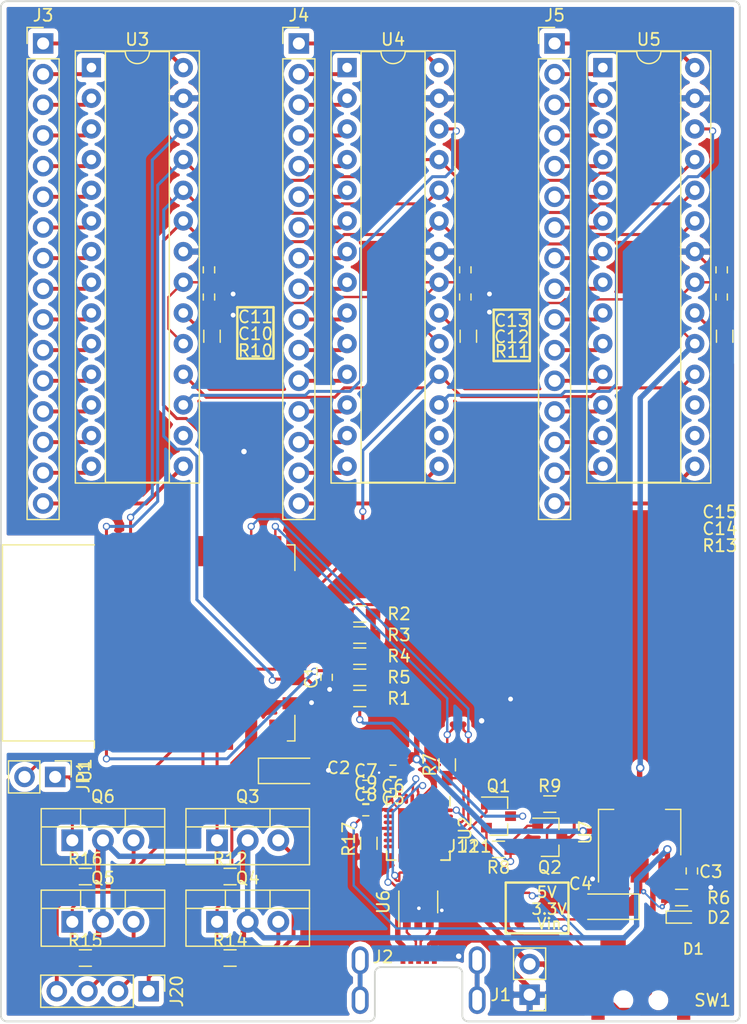
<source format=kicad_pcb>
(kicad_pcb (version 20171130) (host pcbnew 5.0.0)
  (layers (0 F.Cu signal) (31 B.Cu signal) (34 B.Paste user) (35 F.Paste user) (36 B.SilkS user) (37 F.SilkS user) (38 B.Mask user) (39 F.Mask user) (44 Edge.Cuts user))
  (net 0 "")
  (net 1 GND)
  (net 2 REST)
  (net 3 V3.3)
  (net 4 V5)
  (net 5 Vin)
  (net 6 "Net-(D2-Pad2)")
  (net 7 "Net-(J1-Pad2)")
  (net 8 "Net-(J2-Pad5)")
  (net 9 /R0)
  (net 10 /R1)
  (net 11 /R2)
  (net 12 /R3)
  (net 13 /R4)
  (net 14 /R5)
  (net 15 /R6)
  (net 16 /R7)
  (net 17 /R8)
  (net 18 /R9)
  (net 19 /R10)
  (net 20 /R11)
  (net 21 /R12)
  (net 22 /R13)
  (net 23 /R14)
  (net 24 /R15)
  (net 25 /G0)
  (net 26 /G1)
  (net 27 /G2)
  (net 28 /G3)
  (net 29 /G4)
  (net 30 /G5)
  (net 31 /G6)
  (net 32 /G7)
  (net 33 /G8)
  (net 34 /G9)
  (net 35 /G10)
  (net 36 /G11)
  (net 37 /G12)
  (net 38 /G13)
  (net 39 /G14)
  (net 40 /G15)
  (net 41 /B0)
  (net 42 /B1)
  (net 43 /B2)
  (net 44 /B3)
  (net 45 /B4)
  (net 46 /B5)
  (net 47 /B6)
  (net 48 /B7)
  (net 49 /B8)
  (net 50 /B9)
  (net 51 /B10)
  (net 52 /B11)
  (net 53 /B12)
  (net 54 /B13)
  (net 55 /B14)
  (net 56 /B15)
  (net 57 TXD)
  (net 58 RXD)
  (net 59 DTR)
  (net 60 RTS)
  (net 61 SCLK)
  (net 62 MOSI)
  (net 63 TLC_S2)
  (net 64 TLC_S3)
  (net 65 GPIO15)
  (net 66 BLANK)
  (net 67 GPIO16)
  (net 68 "Net-(Q1-Pad2)")
  (net 69 "Net-(Q2-Pad2)")
  (net 70 GPIO0)
  (net 71 GPIO12)
  (net 72 GPIO13)
  (net 73 GPIO14)
  (net 74 CH_PD)
  (net 75 "Net-(R7-Pad1)")
  (net 76 "Net-(R10-Pad1)")
  (net 77 "Net-(R11-Pad1)")
  (net 78 "Net-(R13-Pad1)")
  (net 79 "Net-(SW1-Pad1)")
  (net 80 GPIO4)
  (net 81 GPIO5)
  (net 82 GPIO9)
  (net 83 GPIO10)
  (net 84 ADC)
  (net 85 MISO)
  (net 86 CSO)
  (net 87 "Net-(U2-Pad1)")
  (net 88 "Net-(U2-Pad2)")
  (net 89 /USB_UART/D+)
  (net 90 /USB_UART/D-)
  (net 91 "Net-(U2-Pad9)")
  (net 92 "Net-(U2-Pad10)")
  (net 93 "Net-(U2-Pad12)")
  (net 94 "Net-(U2-Pad13)")
  (net 95 "Net-(U2-Pad14)")
  (net 96 "Net-(U2-Pad15)")
  (net 97 "Net-(U2-Pad16)")
  (net 98 "Net-(U2-Pad17)")
  (net 99 "Net-(U2-Pad18)")
  (net 100 "Net-(U2-Pad19)")
  (net 101 "Net-(U2-Pad20)")
  (net 102 "Net-(U2-Pad21)")
  (net 103 "Net-(U2-Pad22)")
  (net 104 "Net-(U2-Pad23)")
  (net 105 "Net-(U2-Pad27)")
  (net 106 "Net-(U3-Pad16)")
  (net 107 "Net-(U4-Pad16)")
  (net 108 "Net-(U5-Pad16)")
  (net 109 "Net-(U5-Pad17)")
  (net 110 /A0)
  (net 111 /A1)
  (net 112 /A2)
  (net 113 /A3)
  (net 114 "Net-(R17-Pad1)")
  (net 115 /D_pre+)
  (net 116 /D_pre-)
  (module Ext:DO-214AC (layer F.Cu) (at 181.69964 124 180)
    (fp_text reference D1)
    (fp_text value 1N5819-SS14)
    (pad 1 smd rect (at -2.19964 0 180) (size 2.10058 1.80086) (layers F.Cu F.Paste F.Mask) (net 4 V5))
    (pad 2 smd rect (at 2.19964 0 180) (size 2.10058 1.80086) (layers F.Cu F.Paste F.Mask) (net 5 Vin))
  )
  (module Capacitors_SMD:C_0402 (layer F.Cu) (at 155.75 101.5 90)
    (fp_text reference C1 (at 0 -1.27 90) (layer F.SilkS))
    (fp_text value 100nF)
    (pad 1 smd rect (at -0.55 0 90) (size 0.6 0.5) (layers F.Cu F.Paste F.Mask) (net 1 GND))
    (pad 2 smd rect (at 0.55 0 90) (size 0.6 0.5) (layers F.Cu F.Paste F.Mask) (net 2 REST))
  )
  (module Capacitors_Tantalum_SMD:CP_Tantalum_Case-A_EIA-3216-18_Reflow (layer F.Cu) (at 152.75 109.25)
    (fp_text reference C2 (at 4 -0.25) (layer F.SilkS))
    (fp_text value 22uF)
    (pad 1 smd rect (at -1.375 0) (size 1.95 1.5) (layers F.Cu F.Paste F.Mask) (net 3 V3.3))
    (pad 2 smd rect (at 1.375 0) (size 1.95 1.5) (layers F.Cu F.Paste F.Mask) (net 1 GND))
  )
  (module Capacitors_SMD:C_0402 (layer F.Cu) (at 186.03 117.54 270)
    (fp_text reference C3 (at 0.06 -1.57) (layer F.SilkS))
    (fp_text value 4.7uF)
    (pad 1 smd rect (at -0.55 0 270) (size 0.6 0.5) (layers F.Cu F.Paste F.Mask) (net 4 V5))
    (pad 2 smd rect (at 0.55 0 270) (size 0.6 0.5) (layers F.Cu F.Paste F.Mask) (net 1 GND))
  )
  (module Capacitors_Tantalum_SMD:CP_Tantalum_Case-A_EIA-3216-18_Reflow (layer F.Cu) (at 179 120.5 180)
    (fp_text reference C4 (at 2.2 1.9 180) (layer F.SilkS))
    (fp_text value 22uF)
    (pad 1 smd rect (at -1.375 0 180) (size 1.95 1.5) (layers F.Cu F.Paste F.Mask) (net 3 V3.3))
    (pad 2 smd rect (at 1.375 0 180) (size 1.95 1.5) (layers F.Cu F.Paste F.Mask) (net 1 GND))
  )
  (module Capacitors_SMD:C_0402 (layer F.Cu) (at 161.25 110.25 180)
    (fp_text reference C5 (at 0 -1.27 180) (layer F.SilkS))
    (fp_text value 4.7Uf)
    (pad 1 smd rect (at -0.55 0 180) (size 0.6 0.5) (layers F.Cu F.Paste F.Mask) (net 3 V3.3))
    (pad 2 smd rect (at 0.55 0 180) (size 0.6 0.5) (layers F.Cu F.Paste F.Mask) (net 1 GND))
  )
  (module Capacitors_SMD:C_0402 (layer F.Cu) (at 161.25 109.25 180)
    (fp_text reference C6 (at 0 -1.27 180) (layer F.SilkS))
    (fp_text value 100nF)
    (pad 1 smd rect (at -0.55 0 180) (size 0.6 0.5) (layers F.Cu F.Paste F.Mask) (net 3 V3.3))
    (pad 2 smd rect (at 0.55 0 180) (size 0.6 0.5) (layers F.Cu F.Paste F.Mask) (net 1 GND))
  )
  (module Capacitors_SMD:C_0402 (layer F.Cu) (at 159 110.5)
    (fp_text reference C7 (at 0 -1.27) (layer F.SilkS))
    (fp_text value 4.7uF)
    (pad 1 smd rect (at -0.55 0) (size 0.6 0.5) (layers F.Cu F.Paste F.Mask) (net 1 GND))
    (pad 2 smd rect (at 0.55 0) (size 0.6 0.5) (layers F.Cu F.Paste F.Mask) (net 3 V3.3))
  )
  (module Capacitors_SMD:C_0402 (layer F.Cu) (at 159 112.5)
    (fp_text reference C8 (at 0 -1.27) (layer F.SilkS))
    (fp_text value 4.7Uf)
    (pad 1 smd rect (at -0.55 0) (size 0.6 0.5) (layers F.Cu F.Paste F.Mask) (net 1 GND))
    (pad 2 smd rect (at 0.55 0) (size 0.6 0.5) (layers F.Cu F.Paste F.Mask) (net 5 Vin))
  )
  (module Capacitors_SMD:C_0402 (layer F.Cu) (at 159 111.5)
    (fp_text reference C9 (at 0 -1.27) (layer F.SilkS))
    (fp_text value 100nF)
    (pad 1 smd rect (at -0.55 0) (size 0.6 0.5) (layers F.Cu F.Paste F.Mask) (net 1 GND))
    (pad 2 smd rect (at 0.55 0) (size 0.6 0.5) (layers F.Cu F.Paste F.Mask) (net 5 Vin))
  )
  (module Capacitors_SMD:C_0402 (layer F.Cu) (at 146 70 90)
    (fp_text reference C10 (at -3.05 3.85 180) (layer F.SilkS))
    (fp_text value 4.7uF)
    (pad 1 smd rect (at -0.55 0 90) (size 0.6 0.5) (layers F.Cu F.Paste F.Mask) (net 1 GND))
    (pad 2 smd rect (at 0.55 0 90) (size 0.6 0.5) (layers F.Cu F.Paste F.Mask) (net 3 V3.3))
  )
  (module Capacitors_SMD:C_0402 (layer F.Cu) (at 146 67.75 270)
    (fp_text reference C11 (at 3.9 -3.85) (layer F.SilkS))
    (fp_text value 100nF)
    (pad 1 smd rect (at -0.55 0 270) (size 0.6 0.5) (layers F.Cu F.Paste F.Mask) (net 1 GND))
    (pad 2 smd rect (at 0.55 0 270) (size 0.6 0.5) (layers F.Cu F.Paste F.Mask) (net 3 V3.3))
  )
  (module Capacitors_SMD:C_0402 (layer F.Cu) (at 167.25 70 90)
    (fp_text reference C12 (at -3.3 3.85 180) (layer F.SilkS))
    (fp_text value 4.7uF)
    (pad 1 smd rect (at -0.55 0 90) (size 0.6 0.5) (layers F.Cu F.Paste F.Mask) (net 1 GND))
    (pad 2 smd rect (at 0.55 0 90) (size 0.6 0.5) (layers F.Cu F.Paste F.Mask) (net 3 V3.3))
  )
  (module Capacitors_SMD:C_0402 (layer F.Cu) (at 167.25 67.75 270)
    (fp_text reference C13 (at 4.2 -3.85) (layer F.SilkS))
    (fp_text value 100nF)
    (pad 1 smd rect (at -0.55 0 270) (size 0.6 0.5) (layers F.Cu F.Paste F.Mask) (net 1 GND))
    (pad 2 smd rect (at 0.55 0 270) (size 0.6 0.5) (layers F.Cu F.Paste F.Mask) (net 3 V3.3))
  )
  (module Capacitors_SMD:C_0402 (layer F.Cu) (at 188.5 70 90)
    (fp_text reference C14 (at -19.2 -0.15) (layer F.SilkS))
    (fp_text value 4.7uF)
    (pad 1 smd rect (at -0.55 0 90) (size 0.6 0.5) (layers F.Cu F.Paste F.Mask) (net 1 GND))
    (pad 2 smd rect (at 0.55 0 90) (size 0.6 0.5) (layers F.Cu F.Paste F.Mask) (net 3 V3.3))
  )
  (module Capacitors_SMD:C_0402 (layer F.Cu) (at 188.5 67.75 270)
    (fp_text reference C15 (at 20.05 0.15 180) (layer F.SilkS))
    (fp_text value 100nF)
    (pad 1 smd rect (at -0.55 0 270) (size 0.6 0.5) (layers F.Cu F.Paste F.Mask) (net 1 GND))
    (pad 2 smd rect (at 0.55 0 270) (size 0.6 0.5) (layers F.Cu F.Paste F.Mask) (net 3 V3.3))
  )
  (module LEDs:LED_0603 (layer F.Cu) (at 185.2 121.36)
    (fp_text reference D2 (at 3.05 0.04) (layer F.SilkS))
    (fp_text value Power_LED)
    (pad 2 smd rect (at 0.8 0 180) (size 0.8 0.8) (layers F.Cu F.Paste F.Mask) (net 6 "Net-(D2-Pad2)"))
    (pad 1 smd rect (at -0.8 0 180) (size 0.8 0.8) (layers F.Cu F.Paste F.Mask) (net 1 GND))
  )
  (module Pin_Headers:Pin_Header_Straight_1x02_Pitch2.54mm (layer F.Cu) (at 172.58 127.79 180)
    (fp_text reference J1 (at 2.38 -0.01 180) (layer F.SilkS))
    (fp_text value Conn_01x02)
    (pad 1 thru_hole rect (at 0 0 180) (size 1.7 1.7) (drill 1) (layers *.Cu *.Mask) (net 1 GND))
    (pad 2 thru_hole oval (at 0 2.54 180) (size 1.7 1.7) (drill 1) (layers *.Cu *.Mask) (net 7 "Net-(J1-Pad2)"))
  )
  (module footprint:Micro_USB_Female_Ali (layer F.Cu) (at 163.38 129.985)
    (fp_text reference J2 (at -2.95 -5.325) (layer F.SilkS))
    (fp_text value USB_B)
    (pad 5 thru_hole oval (at 4.85 -5.05) (size 1.4 2.3) (drill oval 0.8 1.7) (layers *.Cu *.Mask) (net 8 "Net-(J2-Pad5)"))
    (pad 5 thru_hole oval (at 4.85 -1.75) (size 1.4 2.3) (drill oval 0.8 1.7) (layers *.Cu *.Mask) (net 8 "Net-(J2-Pad5)"))
    (pad 5 thru_hole oval (at -4.85 -1.75) (size 1.4 2.3) (drill oval 0.8 1.7) (layers *.Cu *.Mask) (net 8 "Net-(J2-Pad5)"))
    (pad 4 smd rect (at 1.3 -5.275) (size 0.4 1.05) (layers F.Cu F.Paste F.Mask) (net 1 GND))
    (pad "" connect rect (at 0.65 -5.275) (size 0.4 1.05) (layers F.Cu F.Mask))
    (pad 3 smd rect (at 0 -5.275) (size 0.4 1.05) (layers F.Cu F.Paste F.Mask) (net 115 /D_pre+))
    (pad 2 smd rect (at -0.65 -5.275) (size 0.4 1.05) (layers F.Cu F.Paste F.Mask) (net 116 /D_pre-))
    (pad 1 smd rect (at -1.3 -5.275) (size 0.4 1.05) (layers F.Cu F.Paste F.Mask) (net 7 "Net-(J1-Pad2)"))
    (pad 5 thru_hole oval (at -4.85 -5.05) (size 1.4 2.3) (drill oval 0.8 1.7) (layers *.Cu *.Mask) (net 8 "Net-(J2-Pad5)"))
  )
  (module Pin_Headers:Pin_Header_Straight_1x16_Pitch2.54mm (layer F.Cu) (at 132.25 49)
    (fp_text reference J3 (at 0 -2.33) (layer F.SilkS))
    (fp_text value RED_conn)
    (pad 1 thru_hole rect (at 0 0) (size 1.7 1.7) (drill 1) (layers *.Cu *.Mask) (net 9 /R0))
    (pad 2 thru_hole oval (at 0 2.54) (size 1.7 1.7) (drill 1) (layers *.Cu *.Mask) (net 10 /R1))
    (pad 3 thru_hole oval (at 0 5.08) (size 1.7 1.7) (drill 1) (layers *.Cu *.Mask) (net 11 /R2))
    (pad 4 thru_hole oval (at 0 7.62) (size 1.7 1.7) (drill 1) (layers *.Cu *.Mask) (net 12 /R3))
    (pad 5 thru_hole oval (at 0 10.16) (size 1.7 1.7) (drill 1) (layers *.Cu *.Mask) (net 13 /R4))
    (pad 6 thru_hole oval (at 0 12.7) (size 1.7 1.7) (drill 1) (layers *.Cu *.Mask) (net 14 /R5))
    (pad 7 thru_hole oval (at 0 15.24) (size 1.7 1.7) (drill 1) (layers *.Cu *.Mask) (net 15 /R6))
    (pad 8 thru_hole oval (at 0 17.78) (size 1.7 1.7) (drill 1) (layers *.Cu *.Mask) (net 16 /R7))
    (pad 9 thru_hole oval (at 0 20.32) (size 1.7 1.7) (drill 1) (layers *.Cu *.Mask) (net 17 /R8))
    (pad 10 thru_hole oval (at 0 22.86) (size 1.7 1.7) (drill 1) (layers *.Cu *.Mask) (net 18 /R9))
    (pad 11 thru_hole oval (at 0 25.4) (size 1.7 1.7) (drill 1) (layers *.Cu *.Mask) (net 19 /R10))
    (pad 12 thru_hole oval (at 0 27.94) (size 1.7 1.7) (drill 1) (layers *.Cu *.Mask) (net 20 /R11))
    (pad 13 thru_hole oval (at 0 30.48) (size 1.7 1.7) (drill 1) (layers *.Cu *.Mask) (net 21 /R12))
    (pad 14 thru_hole oval (at 0 33.02) (size 1.7 1.7) (drill 1) (layers *.Cu *.Mask) (net 22 /R13))
    (pad 15 thru_hole oval (at 0 35.56) (size 1.7 1.7) (drill 1) (layers *.Cu *.Mask) (net 23 /R14))
    (pad 16 thru_hole oval (at 0 38.1) (size 1.7 1.7) (drill 1) (layers *.Cu *.Mask) (net 24 /R15))
  )
  (module Pin_Headers:Pin_Header_Straight_1x16_Pitch2.54mm (layer F.Cu) (at 153.45 49)
    (fp_text reference J4 (at 0 -2.33) (layer F.SilkS))
    (fp_text value GREEN_conn)
    (pad 1 thru_hole rect (at 0 0) (size 1.7 1.7) (drill 1) (layers *.Cu *.Mask) (net 25 /G0))
    (pad 2 thru_hole oval (at 0 2.54) (size 1.7 1.7) (drill 1) (layers *.Cu *.Mask) (net 26 /G1))
    (pad 3 thru_hole oval (at 0 5.08) (size 1.7 1.7) (drill 1) (layers *.Cu *.Mask) (net 27 /G2))
    (pad 4 thru_hole oval (at 0 7.62) (size 1.7 1.7) (drill 1) (layers *.Cu *.Mask) (net 28 /G3))
    (pad 5 thru_hole oval (at 0 10.16) (size 1.7 1.7) (drill 1) (layers *.Cu *.Mask) (net 29 /G4))
    (pad 6 thru_hole oval (at 0 12.7) (size 1.7 1.7) (drill 1) (layers *.Cu *.Mask) (net 30 /G5))
    (pad 7 thru_hole oval (at 0 15.24) (size 1.7 1.7) (drill 1) (layers *.Cu *.Mask) (net 31 /G6))
    (pad 8 thru_hole oval (at 0 17.78) (size 1.7 1.7) (drill 1) (layers *.Cu *.Mask) (net 32 /G7))
    (pad 9 thru_hole oval (at 0 20.32) (size 1.7 1.7) (drill 1) (layers *.Cu *.Mask) (net 33 /G8))
    (pad 10 thru_hole oval (at 0 22.86) (size 1.7 1.7) (drill 1) (layers *.Cu *.Mask) (net 34 /G9))
    (pad 11 thru_hole oval (at 0 25.4) (size 1.7 1.7) (drill 1) (layers *.Cu *.Mask) (net 35 /G10))
    (pad 12 thru_hole oval (at 0 27.94) (size 1.7 1.7) (drill 1) (layers *.Cu *.Mask) (net 36 /G11))
    (pad 13 thru_hole oval (at 0 30.48) (size 1.7 1.7) (drill 1) (layers *.Cu *.Mask) (net 37 /G12))
    (pad 14 thru_hole oval (at 0 33.02) (size 1.7 1.7) (drill 1) (layers *.Cu *.Mask) (net 38 /G13))
    (pad 15 thru_hole oval (at 0 35.56) (size 1.7 1.7) (drill 1) (layers *.Cu *.Mask) (net 39 /G14))
    (pad 16 thru_hole oval (at 0 38.1) (size 1.7 1.7) (drill 1) (layers *.Cu *.Mask) (net 40 /G15))
  )
  (module Pin_Headers:Pin_Header_Straight_1x16_Pitch2.54mm (layer F.Cu) (at 174.65 49)
    (fp_text reference J5 (at 0 -2.33) (layer F.SilkS))
    (fp_text value BLUE_conn)
    (pad 1 thru_hole rect (at 0 0) (size 1.7 1.7) (drill 1) (layers *.Cu *.Mask) (net 41 /B0))
    (pad 2 thru_hole oval (at 0 2.54) (size 1.7 1.7) (drill 1) (layers *.Cu *.Mask) (net 42 /B1))
    (pad 3 thru_hole oval (at 0 5.08) (size 1.7 1.7) (drill 1) (layers *.Cu *.Mask) (net 43 /B2))
    (pad 4 thru_hole oval (at 0 7.62) (size 1.7 1.7) (drill 1) (layers *.Cu *.Mask) (net 44 /B3))
    (pad 5 thru_hole oval (at 0 10.16) (size 1.7 1.7) (drill 1) (layers *.Cu *.Mask) (net 45 /B4))
    (pad 6 thru_hole oval (at 0 12.7) (size 1.7 1.7) (drill 1) (layers *.Cu *.Mask) (net 46 /B5))
    (pad 7 thru_hole oval (at 0 15.24) (size 1.7 1.7) (drill 1) (layers *.Cu *.Mask) (net 47 /B6))
    (pad 8 thru_hole oval (at 0 17.78) (size 1.7 1.7) (drill 1) (layers *.Cu *.Mask) (net 48 /B7))
    (pad 9 thru_hole oval (at 0 20.32) (size 1.7 1.7) (drill 1) (layers *.Cu *.Mask) (net 49 /B8))
    (pad 10 thru_hole oval (at 0 22.86) (size 1.7 1.7) (drill 1) (layers *.Cu *.Mask) (net 50 /B9))
    (pad 11 thru_hole oval (at 0 25.4) (size 1.7 1.7) (drill 1) (layers *.Cu *.Mask) (net 51 /B10))
    (pad 12 thru_hole oval (at 0 27.94) (size 1.7 1.7) (drill 1) (layers *.Cu *.Mask) (net 52 /B11))
    (pad 13 thru_hole oval (at 0 30.48) (size 1.7 1.7) (drill 1) (layers *.Cu *.Mask) (net 53 /B12))
    (pad 14 thru_hole oval (at 0 33.02) (size 1.7 1.7) (drill 1) (layers *.Cu *.Mask) (net 54 /B13))
    (pad 15 thru_hole oval (at 0 35.56) (size 1.7 1.7) (drill 1) (layers *.Cu *.Mask) (net 55 /B14))
    (pad 16 thru_hole oval (at 0 38.1) (size 1.7 1.7) (drill 1) (layers *.Cu *.Mask) (net 56 /B15))
  )
  (module Pin_Headers:Pin_Header_Straight_1x04_Pitch2.54mm (layer F.Cu) (at 141 127.5 270)
    (fp_text reference J20 (at 0 -2.33 270) (layer F.SilkS))
    (fp_text value ANODE_conn)
    (pad 1 thru_hole rect (at 0 0 270) (size 1.7 1.7) (drill 1) (layers *.Cu *.Mask) (net 110 /A0))
    (pad 2 thru_hole oval (at 0 2.54 270) (size 1.7 1.7) (drill 1) (layers *.Cu *.Mask) (net 111 /A1))
    (pad 3 thru_hole oval (at 0 5.08 270) (size 1.7 1.7) (drill 1) (layers *.Cu *.Mask) (net 112 /A2))
    (pad 4 thru_hole oval (at 0 7.62 270) (size 1.7 1.7) (drill 1) (layers *.Cu *.Mask) (net 113 /A3))
  )
  (module Pin_Headers:Pin_Header_Straight_1x02_Pitch2.54mm (layer F.Cu) (at 133.25 109.75 270)
    (fp_text reference JP1 (at 0 -2.33 270) (layer F.SilkS))
    (fp_text value Jumper)
    (pad 1 thru_hole rect (at 0 0 270) (size 1.7 1.7) (drill 1) (layers *.Cu *.Mask) (net 67 GPIO16))
    (pad 2 thru_hole oval (at 0 2.54 270) (size 1.7 1.7) (drill 1) (layers *.Cu *.Mask) (net 2 REST))
  )
  (module TO_SOT_Packages_SMD:SOT-23 (layer F.Cu) (at 170 113)
    (fp_text reference Q1 (at 0 -2.5) (layer F.SilkS))
    (fp_text value S8050)
    (pad 1 smd rect (at -1 -0.95) (size 0.9 0.8) (layers F.Cu F.Paste F.Mask) (net 60 RTS))
    (pad 2 smd rect (at -1 0.95) (size 0.9 0.8) (layers F.Cu F.Paste F.Mask) (net 68 "Net-(Q1-Pad2)"))
    (pad 3 smd rect (at 1 0) (size 0.9 0.8) (layers F.Cu F.Paste F.Mask) (net 2 REST))
  )
  (module TO_SOT_Packages_SMD:SOT-23 (layer F.Cu) (at 174.25 114.75)
    (fp_text reference Q2 (at 0 2.5) (layer F.SilkS))
    (fp_text value S8050)
    (pad 1 smd rect (at -1 -0.95) (size 0.9 0.8) (layers F.Cu F.Paste F.Mask) (net 59 DTR))
    (pad 2 smd rect (at -1 0.95) (size 0.9 0.8) (layers F.Cu F.Paste F.Mask) (net 69 "Net-(Q2-Pad2)"))
    (pad 3 smd rect (at 1 0) (size 0.9 0.8) (layers F.Cu F.Paste F.Mask) (net 70 GPIO0))
  )
  (module TO_SOT_Packages_THT:TO-220-3_Vertical (layer F.Cu) (at 146.67 115)
    (fp_text reference Q3 (at 2.54 -3.62) (layer F.SilkS))
    (fp_text value IRF9540N)
    (pad 1 thru_hole rect (at 0 0) (size 1.8 1.8) (drill 1) (layers *.Cu *.Mask) (net 71 GPIO12))
    (pad 2 thru_hole oval (at 2.54 0) (size 1.8 1.8) (drill 1) (layers *.Cu *.Mask) (net 4 V5))
    (pad 3 thru_hole oval (at 5.08 0) (size 1.8 1.8) (drill 1) (layers *.Cu *.Mask) (net 110 /A0))
  )
  (module TO_SOT_Packages_THT:TO-220-3_Vertical (layer F.Cu) (at 146.67 121.75)
    (fp_text reference Q4 (at 2.54 -3.62) (layer F.SilkS))
    (fp_text value IRF9540N)
    (pad 1 thru_hole rect (at 0 0) (size 1.8 1.8) (drill 1) (layers *.Cu *.Mask) (net 72 GPIO13))
    (pad 2 thru_hole oval (at 2.54 0) (size 1.8 1.8) (drill 1) (layers *.Cu *.Mask) (net 4 V5))
    (pad 3 thru_hole oval (at 5.08 0) (size 1.8 1.8) (drill 1) (layers *.Cu *.Mask) (net 111 /A1))
  )
  (module TO_SOT_Packages_THT:TO-220-3_Vertical (layer F.Cu) (at 134.67 121.75)
    (fp_text reference Q5 (at 2.54 -3.62) (layer F.SilkS))
    (fp_text value IRF9540N)
    (pad 1 thru_hole rect (at 0 0) (size 1.8 1.8) (drill 1) (layers *.Cu *.Mask) (net 73 GPIO14))
    (pad 2 thru_hole oval (at 2.54 0) (size 1.8 1.8) (drill 1) (layers *.Cu *.Mask) (net 4 V5))
    (pad 3 thru_hole oval (at 5.08 0) (size 1.8 1.8) (drill 1) (layers *.Cu *.Mask) (net 112 /A2))
  )
  (module TO_SOT_Packages_THT:TO-220-3_Vertical (layer F.Cu) (at 134.67 115)
    (fp_text reference Q6 (at 2.54 -3.62) (layer F.SilkS))
    (fp_text value IRF9540N)
    (pad 1 thru_hole rect (at 0 0) (size 1.8 1.8) (drill 1) (layers *.Cu *.Mask) (net 67 GPIO16))
    (pad 2 thru_hole oval (at 2.54 0) (size 1.8 1.8) (drill 1) (layers *.Cu *.Mask) (net 4 V5))
    (pad 3 thru_hole oval (at 5.08 0) (size 1.8 1.8) (drill 1) (layers *.Cu *.Mask) (net 113 /A3))
  )
  (module Resistors_SMD:R_0603_HandSoldering (layer F.Cu) (at 158.5 103.25)
    (fp_text reference R1 (at 3.25 0) (layer F.SilkS))
    (fp_text value 12k)
    (pad 1 smd rect (at -1.1 0) (size 1.2 0.9) (layers F.Cu F.Paste F.Mask) (net 65 GPIO15))
    (pad 2 smd rect (at 1.1 0) (size 1.2 0.9) (layers F.Cu F.Paste F.Mask) (net 1 GND))
  )
  (module Resistors_SMD:R_0603_HandSoldering (layer F.Cu) (at 158.5 96.25)
    (fp_text reference R2 (at 3.25 0) (layer F.SilkS))
    (fp_text value 12k)
    (pad 1 smd rect (at -1.1 0) (size 1.2 0.9) (layers F.Cu F.Paste F.Mask) (net 70 GPIO0))
    (pad 2 smd rect (at 1.1 0) (size 1.2 0.9) (layers F.Cu F.Paste F.Mask) (net 3 V3.3))
  )
  (module Resistors_SMD:R_0603_HandSoldering (layer F.Cu) (at 158.5 98)
    (fp_text reference R3 (at 3.25 0) (layer F.SilkS))
    (fp_text value 12k)
    (pad 1 smd rect (at -1.1 0) (size 1.2 0.9) (layers F.Cu F.Paste F.Mask) (net 66 BLANK))
    (pad 2 smd rect (at 1.1 0) (size 1.2 0.9) (layers F.Cu F.Paste F.Mask) (net 3 V3.3))
  )
  (module Resistors_SMD:R_0603_HandSoldering (layer F.Cu) (at 158.5 99.75)
    (fp_text reference R4 (at 3.25 0) (layer F.SilkS))
    (fp_text value 12k)
    (pad 1 smd rect (at -1.1 0) (size 1.2 0.9) (layers F.Cu F.Paste F.Mask) (net 74 CH_PD))
    (pad 2 smd rect (at 1.1 0) (size 1.2 0.9) (layers F.Cu F.Paste F.Mask) (net 3 V3.3))
  )
  (module Resistors_SMD:R_0603_HandSoldering (layer F.Cu) (at 158.5 101.5)
    (fp_text reference R5 (at 3.25 0) (layer F.SilkS))
    (fp_text value 12k)
    (pad 1 smd rect (at -1.1 0) (size 1.2 0.9) (layers F.Cu F.Paste F.Mask) (net 2 REST))
    (pad 2 smd rect (at 1.1 0) (size 1.2 0.9) (layers F.Cu F.Paste F.Mask) (net 3 V3.3))
  )
  (module Resistors_SMD:R_0603_HandSoldering (layer F.Cu) (at 185.18 119.74)
    (fp_text reference R6 (at 3.07 0.03) (layer F.SilkS))
    (fp_text value 200)
    (pad 1 smd rect (at -1.1 0) (size 1.2 0.9) (layers F.Cu F.Paste F.Mask) (net 3 V3.3))
    (pad 2 smd rect (at 1.1 0) (size 1.2 0.9) (layers F.Cu F.Paste F.Mask) (net 6 "Net-(D2-Pad2)"))
  )
  (module Resistors_SMD:R_0603_HandSoldering (layer F.Cu) (at 165.75 108.75 90)
    (fp_text reference R7 (at 0 -1.45 90) (layer F.SilkS))
    (fp_text value 470)
    (pad 1 smd rect (at -1.1 0 90) (size 1.2 0.9) (layers F.Cu F.Paste F.Mask) (net 75 "Net-(R7-Pad1)"))
    (pad 2 smd rect (at 1.1 0 90) (size 1.2 0.9) (layers F.Cu F.Paste F.Mask) (net 57 TXD))
  )
  (module Resistors_SMD:R_0603_HandSoldering (layer F.Cu) (at 170 115.75)
    (fp_text reference R8 (at 0 1.5) (layer F.SilkS))
    (fp_text value 12k)
    (pad 1 smd rect (at -1.1 0) (size 1.2 0.9) (layers F.Cu F.Paste F.Mask) (net 68 "Net-(Q1-Pad2)"))
    (pad 2 smd rect (at 1.1 0) (size 1.2 0.9) (layers F.Cu F.Paste F.Mask) (net 59 DTR))
  )
  (module Resistors_SMD:R_0603_HandSoldering (layer F.Cu) (at 174.25 112 180)
    (fp_text reference R9 (at 0 1.5 180) (layer F.SilkS))
    (fp_text value 12k)
    (pad 1 smd rect (at -1.1 0 180) (size 1.2 0.9) (layers F.Cu F.Paste F.Mask) (net 69 "Net-(Q2-Pad2)"))
    (pad 2 smd rect (at 1.1 0 180) (size 1.2 0.9) (layers F.Cu F.Paste F.Mask) (net 60 RTS))
  )
  (module Resistors_SMD:R_0603_HandSoldering (layer F.Cu) (at 146.25 73.25 270)
    (fp_text reference R10 (at 1.2 -3.6) (layer F.SilkS))
    (fp_text value 2K)
    (pad 1 smd rect (at -1.1 0 270) (size 1.2 0.9) (layers F.Cu F.Paste F.Mask) (net 76 "Net-(R10-Pad1)"))
    (pad 2 smd rect (at 1.1 0 270) (size 1.2 0.9) (layers F.Cu F.Paste F.Mask) (net 1 GND))
  )
  (module Resistors_SMD:R_0603_HandSoldering (layer F.Cu) (at 167.5 73.25 270)
    (fp_text reference R11 (at 1.25 -3.65) (layer F.SilkS))
    (fp_text value 2K)
    (pad 1 smd rect (at -1.1 0 270) (size 1.2 0.9) (layers F.Cu F.Paste F.Mask) (net 77 "Net-(R11-Pad1)"))
    (pad 2 smd rect (at 1.1 0 270) (size 1.2 0.9) (layers F.Cu F.Paste F.Mask) (net 1 GND))
  )
  (module Resistors_SMD:R_0603_HandSoldering (layer F.Cu) (at 147.75 118)
    (fp_text reference R12 (at 0 -1.45) (layer F.SilkS))
    (fp_text value 1K)
    (pad 1 smd rect (at -1.1 0) (size 1.2 0.9) (layers F.Cu F.Paste F.Mask) (net 71 GPIO12))
    (pad 2 smd rect (at 1.1 0) (size 1.2 0.9) (layers F.Cu F.Paste F.Mask) (net 4 V5))
  )
  (module Resistors_SMD:R_0603_HandSoldering (layer F.Cu) (at 188.75 73.25 270)
    (fp_text reference R13 (at 17.35 0.4) (layer F.SilkS))
    (fp_text value 2K)
    (pad 1 smd rect (at -1.1 0 270) (size 1.2 0.9) (layers F.Cu F.Paste F.Mask) (net 78 "Net-(R13-Pad1)"))
    (pad 2 smd rect (at 1.1 0 270) (size 1.2 0.9) (layers F.Cu F.Paste F.Mask) (net 1 GND))
  )
  (module Resistors_SMD:R_0603_HandSoldering (layer F.Cu) (at 147.75 124.75)
    (fp_text reference R14 (at 0 -1.45) (layer F.SilkS))
    (fp_text value 1K)
    (pad 1 smd rect (at -1.1 0) (size 1.2 0.9) (layers F.Cu F.Paste F.Mask) (net 72 GPIO13))
    (pad 2 smd rect (at 1.1 0) (size 1.2 0.9) (layers F.Cu F.Paste F.Mask) (net 4 V5))
  )
  (module Resistors_SMD:R_0603_HandSoldering (layer F.Cu) (at 135.75 124.75)
    (fp_text reference R15 (at 0 -1.45) (layer F.SilkS))
    (fp_text value 1K)
    (pad 1 smd rect (at -1.1 0) (size 1.2 0.9) (layers F.Cu F.Paste F.Mask) (net 73 GPIO14))
    (pad 2 smd rect (at 1.1 0) (size 1.2 0.9) (layers F.Cu F.Paste F.Mask) (net 4 V5))
  )
  (module Resistors_SMD:R_0603_HandSoldering (layer F.Cu) (at 135.75 118)
    (fp_text reference R16 (at 0 -1.45) (layer F.SilkS))
    (fp_text value 1K)
    (pad 1 smd rect (at -1.1 0) (size 1.2 0.9) (layers F.Cu F.Paste F.Mask) (net 67 GPIO16))
    (pad 2 smd rect (at 1.1 0) (size 1.2 0.9) (layers F.Cu F.Paste F.Mask) (net 4 V5))
  )
  (module Resistors_SMD:R_0603_HandSoldering (layer F.Cu) (at 159.25 115.25 270)
    (fp_text reference R17 (at -0.34 1.67 270) (layer F.SilkS))
    (fp_text value 12K)
    (pad 1 smd rect (at -1.1 0 270) (size 1.2 0.9) (layers F.Cu F.Paste F.Mask) (net 114 "Net-(R17-Pad1)"))
    (pad 2 smd rect (at 1.1 0 270) (size 1.2 0.9) (layers F.Cu F.Paste F.Mask) (net 1 GND))
  )
  (module footprint:Switch_1P2T_SPDT_Ali (layer F.Cu) (at 181.8 125.65 180)
    (fp_text reference SW1 (at -5.95 -2.6 180) (layer F.SilkS))
    (fp_text value SW_SPDT)
    (pad "" np_thru_hole circle (at -1.45 -2.6 180) (size 0.85 0.85) (drill 0.85) (layers *.Cu *.Mask))
    (pad "" connect rect (at 3.55 -1.25 180) (size 1.1 0.8) (layers F.Cu F.Mask))
    (pad "" connect rect (at 3.55 -3.82 180) (size 1.1 0.8) (layers F.Cu F.Mask))
    (pad "" connect rect (at -3.55 -3.82 180) (size 1.1 0.8) (layers F.Cu F.Mask))
    (pad "" connect rect (at -3.55 -1.25 180) (size 1.1 0.8) (layers F.Cu F.Mask))
    (pad 1 smd rect (at -2.2 -0.75 180) (size 0.9 1.5) (layers F.Cu F.Paste F.Mask) (net 79 "Net-(SW1-Pad1)"))
    (pad 2 smd rect (at -0.7 -0.75 180) (size 0.9 1.5) (layers F.Cu F.Paste F.Mask) (net 7 "Net-(J1-Pad2)"))
    (pad 3 smd rect (at 2.2 -0.75 180) (size 0.9 1.5) (layers F.Cu F.Paste F.Mask) (net 5 Vin))
    (pad "" np_thru_hole circle (at 1.45 -2.6 180) (size 0.85 0.85) (drill 0.85) (layers *.Cu *.Mask))
  )
  (module RF_Modules:ESP-12E (layer F.Cu) (at 141 98.65 90)
    (fp_text reference U1 (at -10.56 -5.26 90) (layer F.SilkS))
    (fp_text value ESP-12E)
    (pad 1 smd rect (at -7.6 -3.5 90) (size 2.5 1) (layers F.Cu F.Paste F.Mask) (net 2 REST))
    (pad 2 smd rect (at -7.6 -1.5 90) (size 2.5 1) (layers F.Cu F.Paste F.Mask) (net 84 ADC))
    (pad 3 smd rect (at -7.6 0.5 90) (size 2.5 1) (layers F.Cu F.Paste F.Mask) (net 74 CH_PD))
    (pad 4 smd rect (at -7.6 2.5 90) (size 2.5 1) (layers F.Cu F.Paste F.Mask) (net 67 GPIO16))
    (pad 5 smd rect (at -7.6 4.5 90) (size 2.5 1) (layers F.Cu F.Paste F.Mask) (net 73 GPIO14))
    (pad 6 smd rect (at -7.6 6.5 90) (size 2.5 1) (layers F.Cu F.Paste F.Mask) (net 71 GPIO12))
    (pad 7 smd rect (at -7.6 8.5 90) (size 2.5 1) (layers F.Cu F.Paste F.Mask) (net 72 GPIO13))
    (pad 8 smd rect (at -7.6 10.5 90) (size 2.5 1) (layers F.Cu F.Paste F.Mask) (net 3 V3.3))
    (pad 9 smd rect (at -5 12 90) (size 1 1.8) (layers F.Cu F.Paste F.Mask) (net 1 GND))
    (pad 10 smd rect (at -3 12 90) (size 1 1.8) (layers F.Cu F.Paste F.Mask) (net 65 GPIO15))
    (pad 11 smd rect (at -1 12 90) (size 1 1.8) (layers F.Cu F.Paste F.Mask) (net 66 BLANK))
    (pad 12 smd rect (at 1 12 90) (size 1 1.8) (layers F.Cu F.Paste F.Mask) (net 70 GPIO0))
    (pad 13 smd rect (at 3 12 90) (size 1 1.8) (layers F.Cu F.Paste F.Mask) (net 80 GPIO4))
    (pad 14 smd rect (at 5 12 90) (size 1 1.8) (layers F.Cu F.Paste F.Mask) (net 81 GPIO5))
    (pad 15 smd rect (at 7.6 10.5 90) (size 2.5 1) (layers F.Cu F.Paste F.Mask) (net 57 TXD))
    (pad 16 smd rect (at 7.6 8.5 90) (size 2.5 1) (layers F.Cu F.Paste F.Mask) (net 58 RXD))
    (pad 17 smd rect (at 7.6 6.5 90) (size 2.5 1) (layers F.Cu F.Paste F.Mask) (net 86 CSO))
    (pad 18 smd rect (at 7.6 4.5 90) (size 2.5 1) (layers F.Cu F.Paste F.Mask) (net 85 MISO))
    (pad 19 smd rect (at 7.6 2.5 90) (size 2.5 1) (layers F.Cu F.Paste F.Mask) (net 82 GPIO9))
    (pad 20 smd rect (at 7.6 0.5 90) (size 2.5 1) (layers F.Cu F.Paste F.Mask) (net 83 GPIO10))
    (pad 21 smd rect (at 7.6 -1.5 90) (size 2.5 1) (layers F.Cu F.Paste F.Mask) (net 62 MOSI))
    (pad 22 smd rect (at 7.6 -3.5 90) (size 2.5 1) (layers F.Cu F.Paste F.Mask) (net 61 SCLK))
  )
  (module Housings_DFN_QFN:QFN-28-1EP_5x5mm_Pitch0.5mm (layer F.Cu) (at 163.3525 114.0125 270)
    (fp_text reference U2 (at 0 -3.875 270) (layer F.SilkS))
    (fp_text value CP2102)
    (pad 1 smd oval (at -2.45 -1.5 270) (size 0.85 0.3) (layers F.Cu F.Paste F.Mask) (net 87 "Net-(U2-Pad1)"))
    (pad 2 smd oval (at -2.45 -1 270) (size 0.85 0.3) (layers F.Cu F.Paste F.Mask) (net 88 "Net-(U2-Pad2)"))
    (pad 3 smd oval (at -2.45 -0.5 270) (size 0.85 0.3) (layers F.Cu F.Paste F.Mask) (net 1 GND))
    (pad 4 smd oval (at -2.45 0 270) (size 0.85 0.3) (layers F.Cu F.Paste F.Mask) (net 89 /USB_UART/D+))
    (pad 5 smd oval (at -2.45 0.5 270) (size 0.85 0.3) (layers F.Cu F.Paste F.Mask) (net 90 /USB_UART/D-))
    (pad 6 smd oval (at -2.45 1 270) (size 0.85 0.3) (layers F.Cu F.Paste F.Mask) (net 3 V3.3))
    (pad 7 smd oval (at -2.45 1.5 270) (size 0.85 0.3) (layers F.Cu F.Paste F.Mask) (net 3 V3.3))
    (pad 8 smd oval (at -1.5 2.45) (size 0.85 0.3) (layers F.Cu F.Paste F.Mask) (net 5 Vin))
    (pad 9 smd oval (at -1 2.45) (size 0.85 0.3) (layers F.Cu F.Paste F.Mask) (net 91 "Net-(U2-Pad9)"))
    (pad 10 smd oval (at -0.5 2.45) (size 0.85 0.3) (layers F.Cu F.Paste F.Mask) (net 92 "Net-(U2-Pad10)"))
    (pad 11 smd oval (at 0 2.45) (size 0.85 0.3) (layers F.Cu F.Paste F.Mask) (net 114 "Net-(R17-Pad1)"))
    (pad 12 smd oval (at 0.5 2.45) (size 0.85 0.3) (layers F.Cu F.Paste F.Mask) (net 93 "Net-(U2-Pad12)"))
    (pad 13 smd oval (at 1 2.45) (size 0.85 0.3) (layers F.Cu F.Paste F.Mask) (net 94 "Net-(U2-Pad13)"))
    (pad 14 smd oval (at 1.5 2.45) (size 0.85 0.3) (layers F.Cu F.Paste F.Mask) (net 95 "Net-(U2-Pad14)"))
    (pad 15 smd oval (at 2.45 1.5 270) (size 0.85 0.3) (layers F.Cu F.Paste F.Mask) (net 96 "Net-(U2-Pad15)"))
    (pad 16 smd oval (at 2.45 1 270) (size 0.85 0.3) (layers F.Cu F.Paste F.Mask) (net 97 "Net-(U2-Pad16)"))
    (pad 17 smd oval (at 2.45 0.5 270) (size 0.85 0.3) (layers F.Cu F.Paste F.Mask) (net 98 "Net-(U2-Pad17)"))
    (pad 18 smd oval (at 2.45 0 270) (size 0.85 0.3) (layers F.Cu F.Paste F.Mask) (net 99 "Net-(U2-Pad18)"))
    (pad 19 smd oval (at 2.45 -0.5 270) (size 0.85 0.3) (layers F.Cu F.Paste F.Mask) (net 100 "Net-(U2-Pad19)"))
    (pad 20 smd oval (at 2.45 -1 270) (size 0.85 0.3) (layers F.Cu F.Paste F.Mask) (net 101 "Net-(U2-Pad20)"))
    (pad 21 smd oval (at 2.45 -1.5 270) (size 0.85 0.3) (layers F.Cu F.Paste F.Mask) (net 102 "Net-(U2-Pad21)"))
    (pad 22 smd oval (at 1.5 -2.45) (size 0.85 0.3) (layers F.Cu F.Paste F.Mask) (net 103 "Net-(U2-Pad22)"))
    (pad 23 smd oval (at 1 -2.45) (size 0.85 0.3) (layers F.Cu F.Paste F.Mask) (net 104 "Net-(U2-Pad23)"))
    (pad 24 smd oval (at 0.5 -2.45) (size 0.85 0.3) (layers F.Cu F.Paste F.Mask) (net 60 RTS))
    (pad 25 smd oval (at 0 -2.45) (size 0.85 0.3) (layers F.Cu F.Paste F.Mask) (net 58 RXD))
    (pad 26 smd oval (at -0.5 -2.45) (size 0.85 0.3) (layers F.Cu F.Paste F.Mask) (net 75 "Net-(R7-Pad1)"))
    (pad 27 smd oval (at -1 -2.45) (size 0.85 0.3) (layers F.Cu F.Paste F.Mask) (net 105 "Net-(U2-Pad27)"))
    (pad 28 smd oval (at -1.5 -2.45) (size 0.85 0.3) (layers F.Cu F.Paste F.Mask) (net 59 DTR))
    (pad 29 smd rect (at 0.8375 0.8375 270) (size 1.675 1.675) (layers F.Cu F.Paste F.Mask) (net 1 GND))
    (pad 29 smd rect (at 0.8375 -0.8375 270) (size 1.675 1.675) (layers F.Cu F.Paste F.Mask) (net 1 GND))
    (pad 29 smd rect (at -0.8375 0.8375 270) (size 1.675 1.675) (layers F.Cu F.Paste F.Mask) (net 1 GND))
    (pad 29 smd rect (at -0.8375 -0.8375 270) (size 1.675 1.675) (layers F.Cu F.Paste F.Mask) (net 1 GND))
  )
  (module Housings_DIP:DIP-28_W7.62mm_Socket (layer F.Cu) (at 136.25 51)
    (fp_text reference U3 (at 3.81 -2.33) (layer F.SilkS))
    (fp_text value TLC5940NT)
    (pad 1 thru_hole rect (at 0 0) (size 1.6 1.6) (drill 0.8) (layers *.Cu *.Mask) (net 10 /R1))
    (pad 15 thru_hole oval (at 7.62 33.02) (size 1.6 1.6) (drill 0.8) (layers *.Cu *.Mask) (net 24 /R15))
    (pad 2 thru_hole oval (at 0 2.54) (size 1.6 1.6) (drill 0.8) (layers *.Cu *.Mask) (net 11 /R2))
    (pad 16 thru_hole oval (at 7.62 30.48) (size 1.6 1.6) (drill 0.8) (layers *.Cu *.Mask) (net 106 "Net-(U3-Pad16)"))
    (pad 3 thru_hole oval (at 0 5.08) (size 1.6 1.6) (drill 0.8) (layers *.Cu *.Mask) (net 12 /R3))
    (pad 17 thru_hole oval (at 7.62 27.94) (size 1.6 1.6) (drill 0.8) (layers *.Cu *.Mask) (net 63 TLC_S2))
    (pad 4 thru_hole oval (at 0 7.62) (size 1.6 1.6) (drill 0.8) (layers *.Cu *.Mask) (net 13 /R4))
    (pad 18 thru_hole oval (at 7.62 25.4) (size 1.6 1.6) (drill 0.8) (layers *.Cu *.Mask) (net 80 GPIO4))
    (pad 5 thru_hole oval (at 0 10.16) (size 1.6 1.6) (drill 0.8) (layers *.Cu *.Mask) (net 14 /R5))
    (pad 19 thru_hole oval (at 7.62 22.86) (size 1.6 1.6) (drill 0.8) (layers *.Cu *.Mask) (net 3 V3.3))
    (pad 6 thru_hole oval (at 0 12.7) (size 1.6 1.6) (drill 0.8) (layers *.Cu *.Mask) (net 15 /R6))
    (pad 20 thru_hole oval (at 7.62 20.32) (size 1.6 1.6) (drill 0.8) (layers *.Cu *.Mask) (net 76 "Net-(R10-Pad1)"))
    (pad 7 thru_hole oval (at 0 15.24) (size 1.6 1.6) (drill 0.8) (layers *.Cu *.Mask) (net 16 /R7))
    (pad 21 thru_hole oval (at 7.62 17.78) (size 1.6 1.6) (drill 0.8) (layers *.Cu *.Mask) (net 3 V3.3))
    (pad 8 thru_hole oval (at 0 17.78) (size 1.6 1.6) (drill 0.8) (layers *.Cu *.Mask) (net 17 /R8))
    (pad 22 thru_hole oval (at 7.62 15.24) (size 1.6 1.6) (drill 0.8) (layers *.Cu *.Mask) (net 1 GND))
    (pad 9 thru_hole oval (at 0 20.32) (size 1.6 1.6) (drill 0.8) (layers *.Cu *.Mask) (net 18 /R9))
    (pad 23 thru_hole oval (at 7.62 12.7) (size 1.6 1.6) (drill 0.8) (layers *.Cu *.Mask) (net 66 BLANK))
    (pad 10 thru_hole oval (at 0 22.86) (size 1.6 1.6) (drill 0.8) (layers *.Cu *.Mask) (net 19 /R10))
    (pad 24 thru_hole oval (at 7.62 10.16) (size 1.6 1.6) (drill 0.8) (layers *.Cu *.Mask) (net 65 GPIO15))
    (pad 11 thru_hole oval (at 0 25.4) (size 1.6 1.6) (drill 0.8) (layers *.Cu *.Mask) (net 20 /R11))
    (pad 25 thru_hole oval (at 7.62 7.62) (size 1.6 1.6) (drill 0.8) (layers *.Cu *.Mask) (net 61 SCLK))
    (pad 12 thru_hole oval (at 0 27.94) (size 1.6 1.6) (drill 0.8) (layers *.Cu *.Mask) (net 21 /R12))
    (pad 26 thru_hole oval (at 7.62 5.08) (size 1.6 1.6) (drill 0.8) (layers *.Cu *.Mask) (net 62 MOSI))
    (pad 13 thru_hole oval (at 0 30.48) (size 1.6 1.6) (drill 0.8) (layers *.Cu *.Mask) (net 22 /R13))
    (pad 27 thru_hole oval (at 7.62 2.54) (size 1.6 1.6) (drill 0.8) (layers *.Cu *.Mask) (net 1 GND))
    (pad 14 thru_hole oval (at 0 33.02) (size 1.6 1.6) (drill 0.8) (layers *.Cu *.Mask) (net 23 /R14))
    (pad 28 thru_hole oval (at 7.62 0) (size 1.6 1.6) (drill 0.8) (layers *.Cu *.Mask) (net 9 /R0))
  )
  (module Housings_DIP:DIP-28_W7.62mm_Socket (layer F.Cu) (at 157.45 51)
    (fp_text reference U4 (at 3.81 -2.33) (layer F.SilkS))
    (fp_text value TLC5940NT)
    (pad 1 thru_hole rect (at 0 0) (size 1.6 1.6) (drill 0.8) (layers *.Cu *.Mask) (net 26 /G1))
    (pad 15 thru_hole oval (at 7.62 33.02) (size 1.6 1.6) (drill 0.8) (layers *.Cu *.Mask) (net 40 /G15))
    (pad 2 thru_hole oval (at 0 2.54) (size 1.6 1.6) (drill 0.8) (layers *.Cu *.Mask) (net 27 /G2))
    (pad 16 thru_hole oval (at 7.62 30.48) (size 1.6 1.6) (drill 0.8) (layers *.Cu *.Mask) (net 107 "Net-(U4-Pad16)"))
    (pad 3 thru_hole oval (at 0 5.08) (size 1.6 1.6) (drill 0.8) (layers *.Cu *.Mask) (net 28 /G3))
    (pad 17 thru_hole oval (at 7.62 27.94) (size 1.6 1.6) (drill 0.8) (layers *.Cu *.Mask) (net 64 TLC_S3))
    (pad 4 thru_hole oval (at 0 7.62) (size 1.6 1.6) (drill 0.8) (layers *.Cu *.Mask) (net 29 /G4))
    (pad 18 thru_hole oval (at 7.62 25.4) (size 1.6 1.6) (drill 0.8) (layers *.Cu *.Mask) (net 80 GPIO4))
    (pad 5 thru_hole oval (at 0 10.16) (size 1.6 1.6) (drill 0.8) (layers *.Cu *.Mask) (net 30 /G5))
    (pad 19 thru_hole oval (at 7.62 22.86) (size 1.6 1.6) (drill 0.8) (layers *.Cu *.Mask) (net 3 V3.3))
    (pad 6 thru_hole oval (at 0 12.7) (size 1.6 1.6) (drill 0.8) (layers *.Cu *.Mask) (net 31 /G6))
    (pad 20 thru_hole oval (at 7.62 20.32) (size 1.6 1.6) (drill 0.8) (layers *.Cu *.Mask) (net 77 "Net-(R11-Pad1)"))
    (pad 7 thru_hole oval (at 0 15.24) (size 1.6 1.6) (drill 0.8) (layers *.Cu *.Mask) (net 32 /G7))
    (pad 21 thru_hole oval (at 7.62 17.78) (size 1.6 1.6) (drill 0.8) (layers *.Cu *.Mask) (net 3 V3.3))
    (pad 8 thru_hole oval (at 0 17.78) (size 1.6 1.6) (drill 0.8) (layers *.Cu *.Mask) (net 33 /G8))
    (pad 22 thru_hole oval (at 7.62 15.24) (size 1.6 1.6) (drill 0.8) (layers *.Cu *.Mask) (net 1 GND))
    (pad 9 thru_hole oval (at 0 20.32) (size 1.6 1.6) (drill 0.8) (layers *.Cu *.Mask) (net 34 /G9))
    (pad 23 thru_hole oval (at 7.62 12.7) (size 1.6 1.6) (drill 0.8) (layers *.Cu *.Mask) (net 66 BLANK))
    (pad 10 thru_hole oval (at 0 22.86) (size 1.6 1.6) (drill 0.8) (layers *.Cu *.Mask) (net 35 /G10))
    (pad 24 thru_hole oval (at 7.62 10.16) (size 1.6 1.6) (drill 0.8) (layers *.Cu *.Mask) (net 65 GPIO15))
    (pad 11 thru_hole oval (at 0 25.4) (size 1.6 1.6) (drill 0.8) (layers *.Cu *.Mask) (net 36 /G11))
    (pad 25 thru_hole oval (at 7.62 7.62) (size 1.6 1.6) (drill 0.8) (layers *.Cu *.Mask) (net 61 SCLK))
    (pad 12 thru_hole oval (at 0 27.94) (size 1.6 1.6) (drill 0.8) (layers *.Cu *.Mask) (net 37 /G12))
    (pad 26 thru_hole oval (at 7.62 5.08) (size 1.6 1.6) (drill 0.8) (layers *.Cu *.Mask) (net 63 TLC_S2))
    (pad 13 thru_hole oval (at 0 30.48) (size 1.6 1.6) (drill 0.8) (layers *.Cu *.Mask) (net 38 /G13))
    (pad 27 thru_hole oval (at 7.62 2.54) (size 1.6 1.6) (drill 0.8) (layers *.Cu *.Mask) (net 1 GND))
    (pad 14 thru_hole oval (at 0 33.02) (size 1.6 1.6) (drill 0.8) (layers *.Cu *.Mask) (net 39 /G14))
    (pad 28 thru_hole oval (at 7.62 0) (size 1.6 1.6) (drill 0.8) (layers *.Cu *.Mask) (net 25 /G0))
  )
  (module Housings_DIP:DIP-28_W7.62mm_Socket (layer F.Cu) (at 178.65 51)
    (fp_text reference U5 (at 3.81 -2.33) (layer F.SilkS))
    (fp_text value TLC5940NT)
    (pad 1 thru_hole rect (at 0 0) (size 1.6 1.6) (drill 0.8) (layers *.Cu *.Mask) (net 42 /B1))
    (pad 15 thru_hole oval (at 7.62 33.02) (size 1.6 1.6) (drill 0.8) (layers *.Cu *.Mask) (net 56 /B15))
    (pad 2 thru_hole oval (at 0 2.54) (size 1.6 1.6) (drill 0.8) (layers *.Cu *.Mask) (net 43 /B2))
    (pad 16 thru_hole oval (at 7.62 30.48) (size 1.6 1.6) (drill 0.8) (layers *.Cu *.Mask) (net 108 "Net-(U5-Pad16)"))
    (pad 3 thru_hole oval (at 0 5.08) (size 1.6 1.6) (drill 0.8) (layers *.Cu *.Mask) (net 44 /B3))
    (pad 17 thru_hole oval (at 7.62 27.94) (size 1.6 1.6) (drill 0.8) (layers *.Cu *.Mask) (net 109 "Net-(U5-Pad17)"))
    (pad 4 thru_hole oval (at 0 7.62) (size 1.6 1.6) (drill 0.8) (layers *.Cu *.Mask) (net 45 /B4))
    (pad 18 thru_hole oval (at 7.62 25.4) (size 1.6 1.6) (drill 0.8) (layers *.Cu *.Mask) (net 80 GPIO4))
    (pad 5 thru_hole oval (at 0 10.16) (size 1.6 1.6) (drill 0.8) (layers *.Cu *.Mask) (net 46 /B5))
    (pad 19 thru_hole oval (at 7.62 22.86) (size 1.6 1.6) (drill 0.8) (layers *.Cu *.Mask) (net 3 V3.3))
    (pad 6 thru_hole oval (at 0 12.7) (size 1.6 1.6) (drill 0.8) (layers *.Cu *.Mask) (net 47 /B6))
    (pad 20 thru_hole oval (at 7.62 20.32) (size 1.6 1.6) (drill 0.8) (layers *.Cu *.Mask) (net 78 "Net-(R13-Pad1)"))
    (pad 7 thru_hole oval (at 0 15.24) (size 1.6 1.6) (drill 0.8) (layers *.Cu *.Mask) (net 48 /B7))
    (pad 21 thru_hole oval (at 7.62 17.78) (size 1.6 1.6) (drill 0.8) (layers *.Cu *.Mask) (net 3 V3.3))
    (pad 8 thru_hole oval (at 0 17.78) (size 1.6 1.6) (drill 0.8) (layers *.Cu *.Mask) (net 49 /B8))
    (pad 22 thru_hole oval (at 7.62 15.24) (size 1.6 1.6) (drill 0.8) (layers *.Cu *.Mask) (net 1 GND))
    (pad 9 thru_hole oval (at 0 20.32) (size 1.6 1.6) (drill 0.8) (layers *.Cu *.Mask) (net 50 /B9))
    (pad 23 thru_hole oval (at 7.62 12.7) (size 1.6 1.6) (drill 0.8) (layers *.Cu *.Mask) (net 66 BLANK))
    (pad 10 thru_hole oval (at 0 22.86) (size 1.6 1.6) (drill 0.8) (layers *.Cu *.Mask) (net 51 /B10))
    (pad 24 thru_hole oval (at 7.62 10.16) (size 1.6 1.6) (drill 0.8) (layers *.Cu *.Mask) (net 65 GPIO15))
    (pad 11 thru_hole oval (at 0 25.4) (size 1.6 1.6) (drill 0.8) (layers *.Cu *.Mask) (net 52 /B11))
    (pad 25 thru_hole oval (at 7.62 7.62) (size 1.6 1.6) (drill 0.8) (layers *.Cu *.Mask) (net 61 SCLK))
    (pad 12 thru_hole oval (at 0 27.94) (size 1.6 1.6) (drill 0.8) (layers *.Cu *.Mask) (net 53 /B12))
    (pad 26 thru_hole oval (at 7.62 5.08) (size 1.6 1.6) (drill 0.8) (layers *.Cu *.Mask) (net 64 TLC_S3))
    (pad 13 thru_hole oval (at 0 30.48) (size 1.6 1.6) (drill 0.8) (layers *.Cu *.Mask) (net 54 /B13))
    (pad 27 thru_hole oval (at 7.62 2.54) (size 1.6 1.6) (drill 0.8) (layers *.Cu *.Mask) (net 1 GND))
    (pad 14 thru_hole oval (at 0 33.02) (size 1.6 1.6) (drill 0.8) (layers *.Cu *.Mask) (net 55 /B14))
    (pad 28 thru_hole oval (at 7.62 0) (size 1.6 1.6) (drill 0.8) (layers *.Cu *.Mask) (net 41 /B0))
  )
  (module TO_SOT_Packages_SMD:SOT-23-6_Handsoldering (layer F.Cu) (at 163.35 120.1 90)
    (fp_text reference U6 (at 0 -2.9 90) (layer F.SilkS))
    (fp_text value USBLC6)
    (pad 1 smd rect (at -1.35 -0.95 90) (size 1.56 0.65) (layers F.Cu F.Paste F.Mask) (net 116 /D_pre-))
    (pad 2 smd rect (at -1.35 0 90) (size 1.56 0.65) (layers F.Cu F.Paste F.Mask) (net 1 GND))
    (pad 3 smd rect (at -1.35 0.95 90) (size 1.56 0.65) (layers F.Cu F.Paste F.Mask) (net 115 /D_pre+))
    (pad 4 smd rect (at 1.35 0.95 90) (size 1.56 0.65) (layers F.Cu F.Paste F.Mask) (net 89 /USB_UART/D+))
    (pad 6 smd rect (at 1.35 -0.95 90) (size 1.56 0.65) (layers F.Cu F.Paste F.Mask) (net 90 /USB_UART/D-))
    (pad 5 smd rect (at 1.35 0 90) (size 1.56 0.65) (layers F.Cu F.Paste F.Mask) (net 7 "Net-(J1-Pad2)"))
  )
  (module TO_SOT_Packages_SMD:SOT-223-3_TabPin2 (layer F.Cu) (at 181.7 114.35 90)
    (fp_text reference U7 (at 0 -4.5 90) (layer F.SilkS))
    (fp_text value LM1117-3.3)
    (pad 2 smd rect (at 3.15 0 90) (size 2 3.8) (layers F.Cu F.Paste F.Mask) (net 3 V3.3))
    (pad 2 smd rect (at -3.15 0 90) (size 2 1.5) (layers F.Cu F.Paste F.Mask) (net 3 V3.3))
    (pad 3 smd rect (at -3.15 2.3 90) (size 2 1.5) (layers F.Cu F.Paste F.Mask) (net 4 V5))
    (pad 1 smd rect (at -3.15 -2.3 90) (size 2 1.5) (layers F.Cu F.Paste F.Mask) (net 1 GND))
  )
  (module Measurement_Points:Measurement_Point_Round-SMD-Pad_Small (layer F.Cu) (at 171.7 121.85)
    (fp_text reference Vin (at 2.5 0.05) (layer F.SilkS) (effects (font (size 0.9 0.9))))
    (fp_text value TP_Vin)
    (pad 1 smd circle (at 0 0) (size 0.75 0.75) (layers F.Cu F.Mask) (net 5 Vin))
  )
  (module Measurement_Points:Measurement_Point_Round-SMD-Pad_Small (layer F.Cu) (at 171.7 119.35)
    (fp_text reference 5V (at 2.3 -0.05) (layer F.SilkS) (effects (font (size 0.9 0.9))))
    (fp_text value TP_V5)
    (pad 1 smd circle (at 0 0) (size 0.75 0.75) (layers F.Cu F.Mask) (net 4 V5))
  )
  (module Measurement_Points:Measurement_Point_Round-SMD-Pad_Small (layer F.Cu) (at 171.7 120.6)
    (fp_text reference 3.3V (at 2.5 0.1) (layer F.SilkS) (effects (font (size 0.9 0.9))))
    (fp_text value TP_V3.3)
    (pad 1 smd circle (at 0 0) (size 0.75 0.75) (layers F.Cu F.Mask) (net 3 V3.3))
  )
  (module Measurement_Points:Measurement_Point_Round-SMD-Pad_Small (layer F.Cu) (at 166.2 105.4)
    (fp_text reference J9 hide)
    (fp_text value TP_TX)
    (pad 1 smd circle (at 0 0) (size 0.5 0.5) (layers F.Cu F.Mask) (net 57 TXD))
  )
  (module Measurement_Points:Measurement_Point_Round-SMD-Pad_Small (layer F.Cu) (at 167.1 105.4)
    (fp_text reference J10 hide)
    (fp_text value TP_RX)
    (pad 1 smd circle (at 0 0) (size 0.5 0.5) (layers F.Cu F.Mask) (net 58 RXD))
  )
  (module Measurement_Points:Measurement_Point_Round-SMD-Pad_Small (layer F.Cu) (at 168.1 117.5)
    (fp_text reference J11 (at 0 -2) (layer F.SilkS))
    (fp_text value TP_DTR)
    (pad 1 smd circle (at 0 0) (size 0.5 0.5) (layers F.Cu F.Mask) (net 59 DTR))
  )
  (module Measurement_Points:Measurement_Point_Round-SMD-Pad_Small (layer F.Cu) (at 167.1 117.5)
    (fp_text reference J12 (at 0 -2) (layer F.SilkS))
    (fp_text value TP_RTS)
    (pad 1 smd circle (at 0 0) (size 0.5 0.5) (layers F.Cu F.Mask) (net 60 RTS))
  )
  (gr_line (start 169.6 71.05) (end 172.6 71.05) (layer F.SilkS) (width 0.2))
  (gr_line (start 172.6 71.05) (end 172.6 75.3) (layer F.SilkS) (width 0.2))
  (gr_line (start 172.6 75.3) (end 169.6 75.3) (layer F.SilkS) (width 0.2))
  (gr_line (start 169.6 75.300294) (end 169.6 71.05) (layer F.SilkS) (width 0.2))
  (gr_line (start 169.6 75.300294) (end 169.6 71.05) (layer F.SilkS) (width 0.2))
  (gr_line (start 172.6 75.3) (end 169.6 75.3) (layer F.SilkS) (width 0.2))
  (gr_line (start 172.6 71.05) (end 172.6 75.3) (layer F.SilkS) (width 0.2))
  (gr_line (start 169.6 71.05) (end 172.6 71.05) (layer F.SilkS) (width 0.2))
  (gr_line (start 148.35 70.85) (end 151.35 70.85) (layer F.SilkS) (width 0.2))
  (gr_line (start 151.35 70.85) (end 151.35 75.1) (layer F.SilkS) (width 0.2))
  (gr_line (start 151.35 75.1) (end 148.35 75.1) (layer F.SilkS) (width 0.2))
  (gr_line (start 148.35 75.100294) (end 148.35 70.85) (layer F.SilkS) (width 0.2))
  (gr_line (start 148.35 75.100294) (end 148.35 70.85) (layer F.SilkS) (width 0.2))
  (gr_line (start 151.35 75.1) (end 148.35 75.1) (layer F.SilkS) (width 0.2))
  (gr_line (start 151.35 70.85) (end 151.35 75.1) (layer F.SilkS) (width 0.2))
  (gr_line (start 148.35 70.85) (end 151.35 70.85) (layer F.SilkS) (width 0.2))
  (gr_text D1 (at 186.15 124) (layer F.SilkS) (effects (font (size 0.9 0.9))))
  (gr_line (start 170.6 118.5) (end 170.6 122.7) (layer F.SilkS) (width 0.2))
  (gr_line (start 175.8 122.7) (end 170.6 122.7) (layer F.SilkS) (width 0.2))
  (gr_line (start 175.8 118.5) (end 175.8 122.7) (layer F.SilkS) (width 0.2))
  (gr_line (start 170.6 118.5) (end 175.8 118.5) (layer F.SilkS) (width 0.2))
  (gr_arc (start 189.5 46) (end 189.5 45.5) (angle 90) (layer Edge.Cuts) (width 0.15))
  (gr_arc (start 129.25 46) (end 128.75 46) (angle 90) (layer Edge.Cuts) (width 0.15))
  (gr_line (start 189.5 45.5) (end 129.25 45.5) (layer Edge.Cuts) (width 0.15))
  (gr_arc (start 129.25 129.5) (end 129.25 130) (angle 90) (layer Edge.Cuts) (width 0.15))
  (gr_arc (start 189.5 129.5) (end 190 129.5) (angle 90) (layer Edge.Cuts) (width 0.15))
  (gr_line (start 190 129.5) (end 190 46) (layer Edge.Cuts) (width 0.15))
  (gr_line (start 128.75 129.5) (end 128.75 46) (layer Edge.Cuts) (width 0.15))
  (gr_line (start 160.25 125.5) (end 166.5 125.5) (layer Edge.Cuts) (width 0.15))
  (gr_arc (start 160.25 126) (end 159.75 126) (angle 90) (layer Edge.Cuts) (width 0.15))
  (gr_arc (start 166.5 126) (end 166.5 125.5) (angle 90) (layer Edge.Cuts) (width 0.15))
  (gr_line (start 167 129.5) (end 167 126) (layer Edge.Cuts) (width 0.15))
  (gr_line (start 159.75 129.5) (end 159.75 126) (layer Edge.Cuts) (width 0.15))
  (gr_arc (start 159.25 129.5) (end 159.75 129.5) (angle 90) (layer Edge.Cuts) (width 0.15))
  (gr_arc (start 167.5 129.5) (end 167.5 130) (angle 90) (layer Edge.Cuts) (width 0.15))
  (gr_line (start 189.5 130) (end 167.5 130) (layer Edge.Cuts) (width 0.15))
  (gr_line (start 159.25 130) (end 129.25 130) (layer Edge.Cuts) (width 0.15))
  (segment (start 172.58 127.243996) (end 172.58 127.79) (width 0.45) (layer F.Cu) (net 1))
  (segment (start 168.586004 123.25) (end 172.58 127.243996) (width 0.45) (layer F.Cu) (net 1))
  (segment (start 166.79 123.25) (end 168.586004 123.25) (width 0.45) (layer F.Cu) (net 1))
  (segment (start 165.33 124.71) (end 166.79 123.25) (width 0.45) (layer F.Cu) (net 1))
  (segment (start 164.19 114.85) (end 164.193235 114.85) (width 0.25) (layer F.Cu) (net 1))
  (segment (start 162.515 113.175) (end 162.511765 113.175) (width 0.25) (layer F.Cu) (net 1))
  (segment (start 188.5 67.2) (end 187.23 67.2) (width 0.25) (layer F.Cu) (net 1))
  (segment (start 187.23 67.2) (end 186.27 66.24) (width 0.25) (layer F.Cu) (net 1))
  (segment (start 169.25 71.25) (end 168.950001 71.549999) (width 0.25) (layer F.Cu) (net 1))
  (segment (start 168.950001 71.549999) (end 168.950001 72.749999) (width 0.25) (layer F.Cu) (net 1))
  (segment (start 168.950001 72.749999) (end 167.5 74.2) (width 0.25) (layer F.Cu) (net 1))
  (segment (start 167.5 74.2) (end 167.5 74.35) (width 0.25) (layer F.Cu) (net 1))
  (segment (start 169.25 71.25) (end 168.950001 70.950001) (width 0.25) (layer F.Cu) (net 1))
  (segment (start 168.950001 70.950001) (end 168.150001 70.950001) (width 0.25) (layer F.Cu) (net 1))
  (segment (start 168.150001 70.950001) (end 167.75 70.55) (width 0.25) (layer F.Cu) (net 1))
  (segment (start 167.75 70.55) (end 167.25 70.55) (width 0.25) (layer F.Cu) (net 1))
  (segment (start 169.25 69.75) (end 169.25 71.25) (width 0.25) (layer B.Cu) (net 1))
  (via (at 169.25 71.25) (size 0.6) (drill 0.4) (layers F.Cu B.Cu) (net 1))
  (segment (start 167.25 67.2) (end 167.25 67.25) (width 0.25) (layer F.Cu) (net 1))
  (segment (start 167.25 67.25) (end 169.25 69.25) (width 0.25) (layer F.Cu) (net 1))
  (segment (start 169.25 69.25) (end 169.25 69.75) (width 0.25) (layer F.Cu) (net 1))
  (via (at 169.25 69.75) (size 0.6) (drill 0.4) (layers F.Cu B.Cu) (net 1))
  (segment (start 148 71.5) (end 147.700001 71.799999) (width 0.25) (layer F.Cu) (net 1))
  (segment (start 147.700001 71.799999) (end 147.700001 72.749999) (width 0.25) (layer F.Cu) (net 1))
  (segment (start 147.700001 72.749999) (end 146.25 74.2) (width 0.25) (layer F.Cu) (net 1))
  (segment (start 146.25 74.2) (end 146.25 74.35) (width 0.25) (layer F.Cu) (net 1))
  (segment (start 148 71.5) (end 147.700001 71.200001) (width 0.25) (layer F.Cu) (net 1))
  (segment (start 147.700001 71.200001) (end 147.150001 71.200001) (width 0.25) (layer F.Cu) (net 1))
  (segment (start 147.150001 71.200001) (end 146.5 70.55) (width 0.25) (layer F.Cu) (net 1))
  (segment (start 146.5 70.55) (end 146 70.55) (width 0.25) (layer F.Cu) (net 1))
  (segment (start 148 69.75) (end 148 71.5) (width 0.25) (layer B.Cu) (net 1))
  (via (at 148 71.5) (size 0.6) (drill 0.4) (layers F.Cu B.Cu) (net 1))
  (segment (start 146 67.2) (end 146 67.25) (width 0.25) (layer F.Cu) (net 1))
  (via (at 148 69.75) (size 0.6) (drill 0.4) (layers F.Cu B.Cu) (net 1))
  (segment (start 146 67.25) (end 148 69.25) (width 0.25) (layer F.Cu) (net 1))
  (segment (start 148 69.25) (end 148 69.75) (width 0.25) (layer F.Cu) (net 1))
  (via (at 156 102.5) (size 0.6) (drill 0.4) (layers F.Cu B.Cu) (net 1))
  (segment (start 155.75 102.05) (end 155.75 102.25) (width 0.2) (layer F.Cu) (net 1))
  (segment (start 155.75 102.25) (end 156 102.5) (width 0.2) (layer F.Cu) (net 1))
  (segment (start 156 102.5) (end 155.6 102.5) (width 0.2) (layer B.Cu) (net 1))
  (segment (start 155.6 102.5) (end 154.5 103.6) (width 0.2) (layer B.Cu) (net 1))
  (via (at 154.5 103.6) (size 0.6) (drill 0.4) (layers F.Cu B.Cu) (net 1))
  (segment (start 154.5 103.6) (end 153.05 103.6) (width 0.2) (layer F.Cu) (net 1))
  (segment (start 153.05 103.6) (end 153 103.65) (width 0.2) (layer F.Cu) (net 1))
  (via (at 155.9 109.2) (size 0.6) (drill 0.4) (layers F.Cu B.Cu) (net 1))
  (segment (start 155.9 109.2) (end 154.175 109.2) (width 0.2) (layer F.Cu) (net 1))
  (segment (start 154.175 109.2) (end 154.125 109.25) (width 0.2) (layer F.Cu) (net 1))
  (segment (start 154.5 103.6) (end 154.5 107.8) (width 0.2) (layer B.Cu) (net 1))
  (segment (start 154.5 107.8) (end 155.9 109.2) (width 0.2) (layer B.Cu) (net 1))
  (segment (start 164.19 112.445) (end 164.19 113.175) (width 0.15) (layer F.Cu) (net 1))
  (segment (start 163.8525 111.5625) (end 163.8525 112.1075) (width 0.15) (layer F.Cu) (net 1))
  (segment (start 163.8525 112.1075) (end 164.19 112.445) (width 0.15) (layer F.Cu) (net 1))
  (via (at 160.1 109.4) (size 0.45) (drill 0.2) (layers F.Cu B.Cu) (net 1))
  (segment (start 160.1 109.4) (end 159.9 109.2) (width 0.15) (layer B.Cu) (net 1))
  (segment (start 159.9 109.2) (end 155.9 109.2) (width 0.15) (layer B.Cu) (net 1))
  (segment (start 160.25 109.25) (end 160.1 109.4) (width 0.15) (layer F.Cu) (net 1))
  (segment (start 160.7 109.25) (end 160.25 109.25) (width 0.15) (layer F.Cu) (net 1))
  (segment (start 160.7 111.36) (end 160.7 110.25) (width 0.15) (layer F.Cu) (net 1))
  (segment (start 162.515 113.175) (end 160.7 111.36) (width 0.15) (layer F.Cu) (net 1))
  (via (at 166.7 124.6) (size 0.7) (drill 0.45) (layers F.Cu B.Cu) (net 1))
  (segment (start 165.3 124.44) (end 165.3 120.8) (width 0.15) (layer F.Cu) (net 1))
  (segment (start 164.68 124.71) (end 165.03 124.71) (width 0.15) (layer F.Cu) (net 1))
  (via (at 165.3 120.8) (size 0.5) (drill 0.3) (layers F.Cu B.Cu) (net 1))
  (segment (start 165.03 124.71) (end 165.3 124.44) (width 0.15) (layer F.Cu) (net 1))
  (segment (start 165.3 120.8) (end 163.569999 120.8) (width 0.15) (layer B.Cu) (net 1))
  (via (at 163.4 120.630001) (size 0.5) (drill 0.3) (layers F.Cu B.Cu) (net 1))
  (segment (start 163.569999 120.8) (end 163.4 120.630001) (width 0.15) (layer B.Cu) (net 1))
  (segment (start 163.4 121.4) (end 163.35 121.45) (width 0.15) (layer F.Cu) (net 1))
  (segment (start 163.4 120.630001) (end 163.4 121.4) (width 0.15) (layer F.Cu) (net 1))
  (segment (start 165.33 124.71) (end 164.68 124.71) (width 0.45) (layer F.Cu) (net 1))
  (via (at 148.9 82.8) (size 0.7) (drill 0.45) (layers F.Cu B.Cu) (net 1))
  (segment (start 184.4 122.06) (end 184.74 122.4) (width 0.3) (layer F.Cu) (net 1))
  (segment (start 184.4 121.36) (end 184.4 122.06) (width 0.3) (layer F.Cu) (net 1))
  (via (at 177.8 118.2) (size 0.6) (drill 0.4) (layers F.Cu B.Cu) (net 1))
  (via (at 187.6 118.9) (size 0.6) (drill 0.4) (layers F.Cu B.Cu) (net 1))
  (via (at 171 103.3) (size 0.6) (drill 0.4) (layers F.Cu B.Cu) (net 1))
  (via (at 168.6 105.1) (size 0.7) (drill 0.45) (layers F.Cu B.Cu) (net 1))
  (segment (start 171 103.3) (end 170.6 103.3) (width 0.45) (layer B.Cu) (net 1))
  (segment (start 170.6 103.3) (end 168.965203 104.934797) (width 0.45) (layer B.Cu) (net 1))
  (segment (start 163.8525 111.186446) (end 164.538946 110.5) (width 0.15) (layer F.Cu) (net 1))
  (segment (start 163.8525 111.5625) (end 163.8525 111.186446) (width 0.15) (layer F.Cu) (net 1))
  (segment (start 170.4 103.3) (end 171 103.3) (width 0.15) (layer B.Cu) (net 1))
  (segment (start 168.6 105.1) (end 170.4 103.3) (width 0.15) (layer B.Cu) (net 1))
  (segment (start 168.9 113) (end 161.4 105.5) (width 0.25) (layer B.Cu) (net 2))
  (segment (start 158.5 105) (end 158.799999 105.299999) (width 0.25) (layer B.Cu) (net 2))
  (segment (start 158.799999 105.299999) (end 161.199999 105.299999) (width 0.25) (layer B.Cu) (net 2))
  (segment (start 161.199999 105.299999) (end 161.4 105.5) (width 0.25) (layer B.Cu) (net 2))
  (segment (start 157.4 101.5) (end 157.55 101.5) (width 0.25) (layer F.Cu) (net 2))
  (segment (start 157.55 101.5) (end 158.5 102.45) (width 0.25) (layer F.Cu) (net 2))
  (segment (start 158.5 102.45) (end 158.5 105) (width 0.25) (layer F.Cu) (net 2))
  (via (at 158.5 105) (size 0.6) (drill 0.4) (layers F.Cu B.Cu) (net 2))
  (segment (start 172 113) (end 168.9 113) (width 0.25) (layer B.Cu) (net 2))
  (segment (start 171 113) (end 172 113) (width 0.25) (layer F.Cu) (net 2))
  (via (at 172 113) (size 0.6) (drill 0.4) (layers F.Cu B.Cu) (net 2))
  (segment (start 137.5 108.25) (end 137.5 106.25) (width 0.25) (layer F.Cu) (net 2))
  (segment (start 154.75 101) (end 147.5 108.25) (width 0.25) (layer B.Cu) (net 2))
  (segment (start 147.5 108.25) (end 137.5 108.25) (width 0.25) (layer B.Cu) (net 2))
  (via (at 137.5 108.25) (size 0.6) (drill 0.4) (layers F.Cu B.Cu) (net 2))
  (segment (start 155.75 100.95) (end 154.8 100.95) (width 0.25) (layer F.Cu) (net 2))
  (segment (start 154.8 100.95) (end 154.75 101) (width 0.25) (layer F.Cu) (net 2))
  (via (at 154.75 101) (size 0.6) (drill 0.4) (layers F.Cu B.Cu) (net 2))
  (segment (start 155.75 100.95) (end 156.85 100.95) (width 0.25) (layer F.Cu) (net 2))
  (segment (start 156.85 100.95) (end 157.4 101.5) (width 0.25) (layer F.Cu) (net 2))
  (segment (start 130.71 109.75) (end 132.46 108) (width 0.25) (layer F.Cu) (net 2))
  (segment (start 132.46 108) (end 136.5 108) (width 0.25) (layer F.Cu) (net 2))
  (segment (start 136.5 108) (end 137.5 107) (width 0.25) (layer F.Cu) (net 2))
  (segment (start 137.5 107) (end 137.5 106.25) (width 0.25) (layer F.Cu) (net 2))
  (segment (start 159.6 101.5) (end 159.75 101.5) (width 0.45) (layer F.Cu) (net 3))
  (segment (start 159.75 101.5) (end 163.222702 104.972702) (width 0.45) (layer F.Cu) (net 3))
  (segment (start 163.222702 104.972702) (end 163.222702 107.782324) (width 0.45) (layer F.Cu) (net 3))
  (segment (start 163.222702 107.782324) (end 163.222702 108.277298) (width 0.45) (layer F.Cu) (net 3))
  (segment (start 151.375 109.25) (end 151.6 109.25) (width 0.45) (layer F.Cu) (net 3))
  (segment (start 151.6 109.25) (end 152.922701 107.927299) (width 0.45) (layer F.Cu) (net 3))
  (segment (start 152.922701 107.927299) (end 162.872703 107.927299) (width 0.45) (layer F.Cu) (net 3))
  (segment (start 162.872703 107.927299) (end 163.222702 108.277298) (width 0.45) (layer F.Cu) (net 3))
  (segment (start 163.222702 108.277298) (end 162.772702 108.277298) (width 0.45) (layer F.Cu) (net 3))
  (segment (start 162.772702 108.277298) (end 161.8 109.25) (width 0.45) (layer F.Cu) (net 3))
  (segment (start 177 114.25) (end 169.322992 114.25) (width 0.45) (layer B.Cu) (net 3))
  (segment (start 169.322992 114.25) (end 163.35029 108.277298) (width 0.45) (layer B.Cu) (net 3))
  (segment (start 163.35029 108.277298) (end 163.222702 108.277298) (width 0.45) (layer B.Cu) (net 3))
  (via (at 163.222702 108.277298) (size 0.7) (drill 0.45) (layers F.Cu B.Cu) (net 3))
  (segment (start 181.7 111.2) (end 180.8 111.2) (width 0.45) (layer F.Cu) (net 3))
  (segment (start 180.8 111.2) (end 177.75 114.25) (width 0.45) (layer F.Cu) (net 3))
  (segment (start 177.75 114.25) (end 177 114.25) (width 0.45) (layer F.Cu) (net 3))
  (via (at 177 114.25) (size 0.7) (drill 0.45) (layers F.Cu B.Cu) (net 3))
  (segment (start 181.75 109) (end 181.75 78.38) (width 0.45) (layer B.Cu) (net 3))
  (segment (start 181.75 78.38) (end 186.27 73.86) (width 0.45) (layer B.Cu) (net 3))
  (segment (start 181.7 111.2) (end 181.7 109.05) (width 0.45) (layer F.Cu) (net 3))
  (segment (start 181.7 109.05) (end 181.75 109) (width 0.45) (layer F.Cu) (net 3))
  (via (at 181.75 109) (size 0.7) (drill 0.45) (layers F.Cu B.Cu) (net 3))
  (segment (start 181.7 111.2) (end 181.7 112.65) (width 0.45) (layer F.Cu) (net 3))
  (segment (start 181.7 112.65) (end 181.7 117.5) (width 0.45) (layer F.Cu) (net 3))
  (segment (start 165.07 68.78) (end 163.93863 68.78) (width 0.2) (layer F.Cu) (net 3))
  (segment (start 163.93863 68.78) (end 162.71863 70) (width 0.2) (layer F.Cu) (net 3))
  (segment (start 162.71863 70) (end 154.509002 70) (width 0.2) (layer F.Cu) (net 3))
  (segment (start 154.509002 70) (end 154.014001 70.495001) (width 0.2) (layer F.Cu) (net 3))
  (segment (start 154.014001 70.495001) (end 147.545001 70.495001) (width 0.2) (layer F.Cu) (net 3))
  (segment (start 147.545001 70.495001) (end 146.5 69.45) (width 0.2) (layer F.Cu) (net 3))
  (segment (start 146.5 69.45) (end 146 69.45) (width 0.2) (layer F.Cu) (net 3))
  (segment (start 186.27 68.78) (end 184.855001 70.194999) (width 0.2) (layer F.Cu) (net 3))
  (segment (start 184.855001 70.194999) (end 175.514003 70.194999) (width 0.2) (layer F.Cu) (net 3))
  (segment (start 175.514003 70.194999) (end 175.214001 70.495001) (width 0.2) (layer F.Cu) (net 3))
  (segment (start 175.214001 70.495001) (end 168.795001 70.495001) (width 0.2) (layer F.Cu) (net 3))
  (segment (start 168.795001 70.495001) (end 167.75 69.45) (width 0.2) (layer F.Cu) (net 3))
  (segment (start 167.75 69.45) (end 167.25 69.45) (width 0.2) (layer F.Cu) (net 3))
  (segment (start 186.27 73.86) (end 185.044999 72.634999) (width 0.2) (layer F.Cu) (net 3))
  (segment (start 185.044999 72.634999) (end 185.044999 70.005001) (width 0.2) (layer F.Cu) (net 3))
  (segment (start 185.044999 70.005001) (end 185.470001 69.579999) (width 0.2) (layer F.Cu) (net 3))
  (segment (start 185.470001 69.579999) (end 186.27 68.78) (width 0.2) (layer F.Cu) (net 3))
  (segment (start 165.07 73.86) (end 163.844999 72.634999) (width 0.2) (layer F.Cu) (net 3))
  (segment (start 163.844999 72.634999) (end 163.844999 70.005001) (width 0.2) (layer F.Cu) (net 3))
  (segment (start 163.844999 70.005001) (end 164.270001 69.579999) (width 0.2) (layer F.Cu) (net 3))
  (segment (start 164.270001 69.579999) (end 165.07 68.78) (width 0.2) (layer F.Cu) (net 3))
  (segment (start 143.87 73.86) (end 142.644999 72.634999) (width 0.2) (layer F.Cu) (net 3))
  (segment (start 142.644999 72.634999) (end 142.644999 70.005001) (width 0.2) (layer F.Cu) (net 3))
  (segment (start 142.644999 70.005001) (end 143.070001 69.579999) (width 0.2) (layer F.Cu) (net 3))
  (segment (start 143.070001 69.579999) (end 143.87 68.78) (width 0.2) (layer F.Cu) (net 3))
  (segment (start 159.6 99.75) (end 159.6 101.5) (width 0.45) (layer F.Cu) (net 3))
  (segment (start 159.6 98) (end 159.6 99.75) (width 0.45) (layer F.Cu) (net 3))
  (segment (start 159.6 96.25) (end 159.6 98) (width 0.45) (layer F.Cu) (net 3))
  (segment (start 188.5 69.45) (end 188.5 69.31) (width 0.2) (layer F.Cu) (net 3))
  (segment (start 188.5 69.31) (end 187.97 68.78) (width 0.2) (layer F.Cu) (net 3))
  (segment (start 188.45 68.3) (end 187.97 68.78) (width 0.2) (layer F.Cu) (net 3))
  (segment (start 187.97 68.78) (end 186.27 68.78) (width 0.2) (layer F.Cu) (net 3))
  (segment (start 188.5 68.3) (end 188.45 68.3) (width 0.2) (layer F.Cu) (net 3))
  (segment (start 167.25 69.45) (end 167.25 69.26) (width 0.2) (layer F.Cu) (net 3))
  (segment (start 167.25 69.26) (end 166.77 68.78) (width 0.2) (layer F.Cu) (net 3))
  (segment (start 165.07 68.78) (end 166.77 68.78) (width 0.2) (layer F.Cu) (net 3))
  (segment (start 166.77 68.78) (end 167.25 68.3) (width 0.2) (layer F.Cu) (net 3))
  (segment (start 146 69.45) (end 146 69.26) (width 0.2) (layer F.Cu) (net 3))
  (segment (start 146 69.26) (end 145.52 68.78) (width 0.2) (layer F.Cu) (net 3))
  (segment (start 143.87 68.78) (end 145.52 68.78) (width 0.2) (layer F.Cu) (net 3))
  (segment (start 145.52 68.78) (end 146 68.3) (width 0.2) (layer F.Cu) (net 3))
  (segment (start 151.375 109.25) (end 151.375 106.375) (width 0.45) (layer F.Cu) (net 3))
  (segment (start 151.375 106.375) (end 151.5 106.25) (width 0.45) (layer F.Cu) (net 3))
  (segment (start 159.55 110.5) (end 159.55 109.084998) (width 0.25) (layer F.Cu) (net 3))
  (segment (start 161.340001 108.574999) (end 161.8 109.034998) (width 0.25) (layer F.Cu) (net 3))
  (segment (start 159.55 109.084998) (end 160.059999 108.574999) (width 0.25) (layer F.Cu) (net 3))
  (segment (start 160.059999 108.574999) (end 161.340001 108.574999) (width 0.25) (layer F.Cu) (net 3))
  (segment (start 161.8 109.034998) (end 161.8 109.25) (width 0.25) (layer F.Cu) (net 3))
  (segment (start 161.8525 111.5625) (end 162.27749 111.5625) (width 0.25) (layer F.Cu) (net 3))
  (segment (start 161.8 110.25) (end 161.8 111.51) (width 0.25) (layer F.Cu) (net 3))
  (segment (start 161.8 111.51) (end 161.8525 111.5625) (width 0.25) (layer F.Cu) (net 3))
  (segment (start 161.8 109.25) (end 161.8 110.25) (width 0.25) (layer F.Cu) (net 3))
  (segment (start 182.025 119.25) (end 181.775 119.25) (width 0.15) (layer F.Cu) (net 3))
  (segment (start 181.775 119.25) (end 181.7 119.175) (width 0.15) (layer F.Cu) (net 3))
  (segment (start 180.375 120.5) (end 181.7 119.175) (width 0.45) (layer F.Cu) (net 3))
  (segment (start 181.7 119.175) (end 181.7 117.5) (width 0.45) (layer F.Cu) (net 3))
  (segment (start 182.025 117.825) (end 181.7 117.5) (width 0.15) (layer F.Cu) (net 3))
  (segment (start 183.575 120.5) (end 183.275 120.5) (width 0.15) (layer B.Cu) (net 3))
  (segment (start 183.275 120.5) (end 182.025 119.25) (width 0.15) (layer B.Cu) (net 3))
  (via (at 182.025 119.25) (size 0.45) (drill 0.2) (layers F.Cu B.Cu) (net 3))
  (segment (start 184.08 119.74) (end 184.08 119.995) (width 0.15) (layer F.Cu) (net 3))
  (segment (start 184.08 119.995) (end 183.575 120.5) (width 0.15) (layer F.Cu) (net 3))
  (via (at 183.575 120.5) (size 0.45) (drill 0.2) (layers F.Cu B.Cu) (net 3))
  (segment (start 180.15 120.5) (end 180.375 120.5) (width 0.15) (layer F.Cu) (net 3))
  (segment (start 179.099999 121.550001) (end 180.15 120.5) (width 0.2) (layer F.Cu) (net 3))
  (segment (start 171.7 120.6) (end 172.650001 121.550001) (width 0.2) (layer F.Cu) (net 3))
  (segment (start 172.650001 121.550001) (end 179.099999 121.550001) (width 0.2) (layer F.Cu) (net 3))
  (segment (start 181.449999 122.050001) (end 180.424999 123.075001) (width 0.45) (layer B.Cu) (net 4))
  (segment (start 184 115.75) (end 181.449999 118.300001) (width 0.45) (layer B.Cu) (net 4))
  (segment (start 181.449999 118.300001) (end 181.449999 122.050001) (width 0.45) (layer B.Cu) (net 4))
  (segment (start 184 117.5) (end 184 115.75) (width 0.45) (layer F.Cu) (net 4))
  (via (at 184 115.75) (size 0.7) (drill 0.45) (layers F.Cu B.Cu) (net 4))
  (segment (start 180.424999 123.075001) (end 177.1 123.075001) (width 0.45) (layer B.Cu) (net 4))
  (segment (start 150.109999 122.649999) (end 149.21 121.75) (width 0.45) (layer B.Cu) (net 4))
  (segment (start 150.535001 123.075001) (end 150.109999 122.649999) (width 0.45) (layer B.Cu) (net 4))
  (segment (start 177.1 123.075001) (end 150.535001 123.075001) (width 0.45) (layer B.Cu) (net 4))
  (segment (start 137.21 115) (end 138.535001 116.325001) (width 0.45) (layer B.Cu) (net 4))
  (segment (start 138.535001 116.325001) (end 147.884999 116.325001) (width 0.45) (layer B.Cu) (net 4))
  (segment (start 147.884999 116.325001) (end 148.310001 115.899999) (width 0.45) (layer B.Cu) (net 4))
  (segment (start 148.310001 115.899999) (end 149.21 115) (width 0.45) (layer B.Cu) (net 4))
  (segment (start 137.21 115) (end 137.21 121.75) (width 0.45) (layer B.Cu) (net 4))
  (segment (start 149.21 121.75) (end 149.21 115) (width 0.45) (layer B.Cu) (net 4))
  (segment (start 148.85 118) (end 148.85 115.36) (width 0.45) (layer F.Cu) (net 4))
  (segment (start 148.85 115.36) (end 149.21 115) (width 0.45) (layer F.Cu) (net 4))
  (segment (start 136.85 118) (end 136.85 115.36) (width 0.45) (layer F.Cu) (net 4))
  (segment (start 136.85 115.36) (end 137.21 115) (width 0.45) (layer F.Cu) (net 4))
  (segment (start 136.85 124.75) (end 136.85 122.11) (width 0.45) (layer F.Cu) (net 4))
  (segment (start 136.85 122.11) (end 137.21 121.75) (width 0.45) (layer F.Cu) (net 4))
  (segment (start 148.85 124.75) (end 148.85 122.11) (width 0.45) (layer F.Cu) (net 4))
  (segment (start 148.85 122.11) (end 149.21 121.75) (width 0.45) (layer F.Cu) (net 4))
  (segment (start 184 117.5) (end 184.51 116.99) (width 0.45) (layer F.Cu) (net 4))
  (segment (start 184.51 116.99) (end 186.03 116.99) (width 0.45) (layer F.Cu) (net 4))
  (segment (start 183.89928 124) (end 183.89928 122.64957) (width 0.45) (layer F.Cu) (net 4))
  (segment (start 183.89928 122.64957) (end 182.8 121.55029) (width 0.45) (layer F.Cu) (net 4))
  (segment (start 182.8 121.55029) (end 182.8 118.95) (width 0.45) (layer F.Cu) (net 4))
  (segment (start 182.8 118.95) (end 184 117.75) (width 0.45) (layer F.Cu) (net 4))
  (segment (start 184 117.75) (end 184 117.5) (width 0.45) (layer F.Cu) (net 4))
  (segment (start 177.1 123.048999) (end 177.1 123.075001) (width 0.15) (layer B.Cu) (net 4))
  (via (at 172.8 119.6) (size 0.6) (drill 0.4) (layers F.Cu B.Cu) (net 4))
  (segment (start 171.7 119.35) (end 172.55 119.35) (width 0.2) (layer F.Cu) (net 4))
  (segment (start 172.55 119.35) (end 172.8 119.6) (width 0.2) (layer F.Cu) (net 4))
  (segment (start 177.1 123.011999) (end 177.1 123.075001) (width 0.2) (layer B.Cu) (net 4))
  (segment (start 172.8 119.6) (end 173.688001 119.6) (width 0.2) (layer B.Cu) (net 4))
  (segment (start 173.688001 119.6) (end 177.1 123.011999) (width 0.2) (layer B.Cu) (net 4))
  (segment (start 158 113.75) (end 158.525001 113.224999) (width 0.2) (layer F.Cu) (net 5))
  (segment (start 158 118.75) (end 158 113.75) (width 0.2) (layer B.Cu) (net 5))
  (via (at 158 113.75) (size 0.6) (drill 0.4) (layers F.Cu B.Cu) (net 5))
  (segment (start 175.5 122.300001) (end 161.550001 122.300001) (width 0.2) (layer B.Cu) (net 5))
  (via (at 175.5 122.300001) (size 0.6) (drill 0.4) (layers F.Cu B.Cu) (net 5))
  (segment (start 161.550001 122.300001) (end 158 118.75) (width 0.2) (layer B.Cu) (net 5))
  (segment (start 158.775001 113.224999) (end 159.5 112.5) (width 0.2) (layer F.Cu) (net 5))
  (segment (start 158.525001 113.224999) (end 158.775001 113.224999) (width 0.2) (layer F.Cu) (net 5))
  (segment (start 159.5 112.5) (end 159.55 112.5) (width 0.25) (layer F.Cu) (net 5))
  (segment (start 179.5 124) (end 177.199999 124) (width 0.2) (layer F.Cu) (net 5))
  (segment (start 177.199999 124) (end 175.5 122.300001) (width 0.2) (layer F.Cu) (net 5))
  (segment (start 159.55 111.5) (end 159.55 112.5) (width 0.45) (layer F.Cu) (net 5))
  (segment (start 159.55 112.5) (end 160.326814 112.5) (width 0.25) (layer F.Cu) (net 5))
  (segment (start 160.326814 112.5) (end 160.389324 112.43749) (width 0.25) (layer F.Cu) (net 5))
  (segment (start 160.389324 112.43749) (end 160.9025 112.43749) (width 0.25) (layer F.Cu) (net 5))
  (segment (start 179.6 126.4) (end 179.6 124.1) (width 0.45) (layer F.Cu) (net 5))
  (segment (start 179.6 124.1) (end 179.5 124) (width 0.45) (layer F.Cu) (net 5))
  (segment (start 179.47072 126.01928) (end 179.46 126.03) (width 0.45) (layer F.Cu) (net 5))
  (segment (start 172.150001 122.300001) (end 171.7 121.85) (width 0.2) (layer F.Cu) (net 5))
  (segment (start 175.5 122.300001) (end 172.150001 122.300001) (width 0.2) (layer F.Cu) (net 5))
  (segment (start 186.28 119.74) (end 186.28 121.08) (width 0.25) (layer F.Cu) (net 6))
  (segment (start 186.28 121.08) (end 186 121.36) (width 0.25) (layer F.Cu) (net 6))
  (segment (start 172.58 125.25) (end 173.782081 125.25) (width 0.45) (layer F.Cu) (net 7))
  (segment (start 173.782081 125.25) (end 177.17708 128.644999) (width 0.45) (layer F.Cu) (net 7))
  (segment (start 182.5 127.6) (end 182.5 126.4) (width 0.45) (layer F.Cu) (net 7))
  (segment (start 177.17708 128.644999) (end 179.486997 128.644999) (width 0.45) (layer F.Cu) (net 7))
  (segment (start 179.486997 128.644999) (end 179.941999 129.100001) (width 0.45) (layer F.Cu) (net 7))
  (segment (start 179.941999 129.100001) (end 180.999999 129.100001) (width 0.45) (layer F.Cu) (net 7))
  (segment (start 180.999999 129.100001) (end 182.5 127.6) (width 0.45) (layer F.Cu) (net 7))
  (segment (start 163.065001 119.955001) (end 167.285001 119.955001) (width 0.45) (layer F.Cu) (net 7))
  (segment (start 167.285001 119.955001) (end 172.58 125.25) (width 0.45) (layer F.Cu) (net 7))
  (segment (start 162.08 124.71) (end 162.08 123.735) (width 0.45) (layer F.Cu) (net 7))
  (segment (start 162.08 123.735) (end 161.649999 123.304999) (width 0.45) (layer F.Cu) (net 7))
  (segment (start 161.649999 123.304999) (end 161.649999 120.329999) (width 0.45) (layer F.Cu) (net 7))
  (segment (start 161.649999 120.329999) (end 162.024997 119.955001) (width 0.45) (layer F.Cu) (net 7))
  (segment (start 162.024997 119.955001) (end 163.065001 119.955001) (width 0.45) (layer F.Cu) (net 7))
  (segment (start 163.065001 119.955001) (end 163.35 119.670002) (width 0.45) (layer F.Cu) (net 7))
  (segment (start 163.35 119.670002) (end 163.35 118.75) (width 0.45) (layer F.Cu) (net 7))
  (segment (start 168.23 128.235) (end 168.23 126.835) (width 0.4) (layer F.Cu) (net 8))
  (segment (start 168.23 126.835) (end 168.23 124.935) (width 0.4) (layer F.Cu) (net 8))
  (segment (start 158.53 128.235) (end 158.53 126.835) (width 0.4) (layer F.Cu) (net 8))
  (segment (start 158.53 126.835) (end 158.53 124.935) (width 0.4) (layer F.Cu) (net 8))
  (segment (start 168.23 126.335) (end 168.23 128.235) (width 0.4) (layer B.Cu) (net 8))
  (segment (start 168.23 124.935) (end 168.23 126.335) (width 0.4) (layer B.Cu) (net 8))
  (segment (start 158.53 124.935) (end 158.53 126.335) (width 0.4) (layer B.Cu) (net 8))
  (segment (start 158.53 126.335) (end 158.53 128.235) (width 0.4) (layer B.Cu) (net 8))
  (segment (start 132.25 49) (end 141.87 49) (width 0.32) (layer F.Cu) (net 9))
  (segment (start 141.87 49) (end 143.87 51) (width 0.32) (layer F.Cu) (net 9))
  (segment (start 132.25 51.54) (end 135.71 51.54) (width 0.32) (layer F.Cu) (net 10))
  (segment (start 135.71 51.54) (end 136.25 51) (width 0.32) (layer F.Cu) (net 10))
  (segment (start 132.25 54.08) (end 135.71 54.08) (width 0.32) (layer F.Cu) (net 11))
  (segment (start 135.71 54.08) (end 136.25 53.54) (width 0.32) (layer F.Cu) (net 11))
  (segment (start 132.25 56.62) (end 135.71 56.62) (width 0.32) (layer F.Cu) (net 12))
  (segment (start 135.71 56.62) (end 136.25 56.08) (width 0.32) (layer F.Cu) (net 12))
  (segment (start 132.25 59.16) (end 135.71 59.16) (width 0.32) (layer F.Cu) (net 13))
  (segment (start 135.71 59.16) (end 136.25 58.62) (width 0.32) (layer F.Cu) (net 13))
  (segment (start 132.25 61.7) (end 135.71 61.7) (width 0.32) (layer F.Cu) (net 14))
  (segment (start 135.71 61.7) (end 136.25 61.16) (width 0.32) (layer F.Cu) (net 14))
  (segment (start 132.25 64.24) (end 135.71 64.24) (width 0.32) (layer F.Cu) (net 15))
  (segment (start 135.71 64.24) (end 136.25 63.7) (width 0.32) (layer F.Cu) (net 15))
  (segment (start 132.25 66.78) (end 135.71 66.78) (width 0.32) (layer F.Cu) (net 16))
  (segment (start 135.71 66.78) (end 136.25 66.24) (width 0.32) (layer F.Cu) (net 16))
  (segment (start 132.25 69.32) (end 135.71 69.32) (width 0.32) (layer F.Cu) (net 17))
  (segment (start 135.71 69.32) (end 136.25 68.78) (width 0.32) (layer F.Cu) (net 17))
  (segment (start 132.25 71.86) (end 135.71 71.86) (width 0.32) (layer F.Cu) (net 18))
  (segment (start 135.71 71.86) (end 136.25 71.32) (width 0.32) (layer F.Cu) (net 18))
  (segment (start 132.25 74.4) (end 135.71 74.4) (width 0.32) (layer F.Cu) (net 19))
  (segment (start 135.71 74.4) (end 136.25 73.86) (width 0.32) (layer F.Cu) (net 19))
  (segment (start 132.25 76.94) (end 135.71 76.94) (width 0.32) (layer F.Cu) (net 20))
  (segment (start 135.71 76.94) (end 136.25 76.4) (width 0.32) (layer F.Cu) (net 20))
  (segment (start 132.25 79.48) (end 135.71 79.48) (width 0.32) (layer F.Cu) (net 21))
  (segment (start 135.71 79.48) (end 136.25 78.94) (width 0.32) (layer F.Cu) (net 21))
  (segment (start 132.25 82.02) (end 135.71 82.02) (width 0.32) (layer F.Cu) (net 22))
  (segment (start 135.71 82.02) (end 136.25 81.48) (width 0.32) (layer F.Cu) (net 22))
  (segment (start 132.25 84.56) (end 135.71 84.56) (width 0.32) (layer F.Cu) (net 23))
  (segment (start 135.71 84.56) (end 136.25 84.02) (width 0.32) (layer F.Cu) (net 23))
  (segment (start 132.25 87.1) (end 140.79 87.1) (width 0.32) (layer F.Cu) (net 24))
  (segment (start 140.79 87.1) (end 143.87 84.02) (width 0.32) (layer F.Cu) (net 24))
  (segment (start 153.45 49) (end 163.07 49) (width 0.32) (layer F.Cu) (net 25))
  (segment (start 163.07 49) (end 165.07 51) (width 0.32) (layer F.Cu) (net 25))
  (segment (start 153.45 51.54) (end 156.91 51.54) (width 0.32) (layer F.Cu) (net 26))
  (segment (start 156.91 51.54) (end 157.45 51) (width 0.32) (layer F.Cu) (net 26))
  (segment (start 153.45 54.08) (end 156.91 54.08) (width 0.32) (layer F.Cu) (net 27))
  (segment (start 156.91 54.08) (end 157.45 53.54) (width 0.32) (layer F.Cu) (net 27))
  (segment (start 153.45 56.62) (end 156.91 56.62) (width 0.32) (layer F.Cu) (net 28))
  (segment (start 156.91 56.62) (end 157.45 56.08) (width 0.32) (layer F.Cu) (net 28))
  (segment (start 153.45 59.16) (end 156.91 59.16) (width 0.32) (layer F.Cu) (net 29))
  (segment (start 156.91 59.16) (end 157.45 58.62) (width 0.32) (layer F.Cu) (net 29))
  (segment (start 153.45 61.7) (end 156.91 61.7) (width 0.32) (layer F.Cu) (net 30))
  (segment (start 156.91 61.7) (end 157.45 61.16) (width 0.32) (layer F.Cu) (net 30))
  (segment (start 153.45 64.24) (end 156.91 64.24) (width 0.32) (layer F.Cu) (net 31))
  (segment (start 156.91 64.24) (end 157.45 63.7) (width 0.32) (layer F.Cu) (net 31))
  (segment (start 153.45 66.78) (end 156.91 66.78) (width 0.32) (layer F.Cu) (net 32))
  (segment (start 156.91 66.78) (end 157.45 66.24) (width 0.32) (layer F.Cu) (net 32))
  (segment (start 153.45 69.32) (end 156.91 69.32) (width 0.32) (layer F.Cu) (net 33))
  (segment (start 156.91 69.32) (end 157.45 68.78) (width 0.32) (layer F.Cu) (net 33))
  (segment (start 153.45 71.86) (end 156.91 71.86) (width 0.32) (layer F.Cu) (net 34))
  (segment (start 156.91 71.86) (end 157.45 71.32) (width 0.32) (layer F.Cu) (net 34))
  (segment (start 153.45 74.4) (end 156.91 74.4) (width 0.32) (layer F.Cu) (net 35))
  (segment (start 156.91 74.4) (end 157.45 73.86) (width 0.32) (layer F.Cu) (net 35))
  (segment (start 153.45 76.94) (end 156.91 76.94) (width 0.32) (layer F.Cu) (net 36))
  (segment (start 156.91 76.94) (end 157.45 76.4) (width 0.32) (layer F.Cu) (net 36))
  (segment (start 153.45 79.48) (end 156.91 79.48) (width 0.32) (layer F.Cu) (net 37))
  (segment (start 156.91 79.48) (end 157.45 78.94) (width 0.32) (layer F.Cu) (net 37))
  (segment (start 153.45 82.02) (end 156.91 82.02) (width 0.32) (layer F.Cu) (net 38))
  (segment (start 156.91 82.02) (end 157.45 81.48) (width 0.32) (layer F.Cu) (net 38))
  (segment (start 153.45 84.56) (end 156.91 84.56) (width 0.32) (layer F.Cu) (net 39))
  (segment (start 156.91 84.56) (end 157.45 84.02) (width 0.32) (layer F.Cu) (net 39))
  (segment (start 153.45 87.1) (end 161.99 87.1) (width 0.32) (layer F.Cu) (net 40))
  (segment (start 161.99 87.1) (end 165.07 84.02) (width 0.32) (layer F.Cu) (net 40))
  (segment (start 174.65 49) (end 184.27 49) (width 0.32) (layer F.Cu) (net 41))
  (segment (start 184.27 49) (end 186.27 51) (width 0.32) (layer F.Cu) (net 41))
  (segment (start 174.65 51.54) (end 178.11 51.54) (width 0.32) (layer F.Cu) (net 42))
  (segment (start 178.11 51.54) (end 178.65 51) (width 0.32) (layer F.Cu) (net 42))
  (segment (start 174.65 54.08) (end 178.11 54.08) (width 0.32) (layer F.Cu) (net 43))
  (segment (start 178.11 54.08) (end 178.65 53.54) (width 0.32) (layer F.Cu) (net 43))
  (segment (start 174.65 56.62) (end 178.11 56.62) (width 0.32) (layer F.Cu) (net 44))
  (segment (start 178.11 56.62) (end 178.65 56.08) (width 0.32) (layer F.Cu) (net 44))
  (segment (start 174.65 59.16) (end 178.11 59.16) (width 0.32) (layer F.Cu) (net 45))
  (segment (start 178.11 59.16) (end 178.65 58.62) (width 0.32) (layer F.Cu) (net 45))
  (segment (start 174.65 61.7) (end 178.11 61.7) (width 0.32) (layer F.Cu) (net 46))
  (segment (start 178.11 61.7) (end 178.65 61.16) (width 0.32) (layer F.Cu) (net 46))
  (segment (start 174.65 64.24) (end 178.11 64.24) (width 0.32) (layer F.Cu) (net 47))
  (segment (start 178.11 64.24) (end 178.65 63.7) (width 0.32) (layer F.Cu) (net 47))
  (segment (start 174.65 66.78) (end 178.11 66.78) (width 0.32) (layer F.Cu) (net 48))
  (segment (start 178.11 66.78) (end 178.65 66.24) (width 0.32) (layer F.Cu) (net 48))
  (segment (start 174.65 69.32) (end 178.11 69.32) (width 0.32) (layer F.Cu) (net 49))
  (segment (start 178.11 69.32) (end 178.65 68.78) (width 0.32) (layer F.Cu) (net 49))
  (segment (start 174.65 71.86) (end 178.11 71.86) (width 0.32) (layer F.Cu) (net 50))
  (segment (start 178.11 71.86) (end 178.65 71.32) (width 0.32) (layer F.Cu) (net 50))
  (segment (start 174.65 74.4) (end 178.11 74.4) (width 0.32) (layer F.Cu) (net 51))
  (segment (start 178.11 74.4) (end 178.65 73.86) (width 0.32) (layer F.Cu) (net 51))
  (segment (start 174.65 76.94) (end 178.11 76.94) (width 0.32) (layer F.Cu) (net 52))
  (segment (start 178.11 76.94) (end 178.65 76.4) (width 0.32) (layer F.Cu) (net 52))
  (segment (start 174.65 79.48) (end 178.11 79.48) (width 0.32) (layer F.Cu) (net 53))
  (segment (start 178.11 79.48) (end 178.65 78.94) (width 0.32) (layer F.Cu) (net 53))
  (segment (start 174.65 82.02) (end 178.11 82.02) (width 0.32) (layer F.Cu) (net 54))
  (segment (start 178.11 82.02) (end 178.65 81.48) (width 0.32) (layer F.Cu) (net 54))
  (segment (start 174.65 84.56) (end 178.11 84.56) (width 0.32) (layer F.Cu) (net 55))
  (segment (start 178.11 84.56) (end 178.65 84.02) (width 0.32) (layer F.Cu) (net 55))
  (segment (start 174.65 87.1) (end 183.19 87.1) (width 0.32) (layer F.Cu) (net 56))
  (segment (start 183.19 87.1) (end 186.27 84.02) (width 0.32) (layer F.Cu) (net 56))
  (segment (start 151.5 89) (end 151.5 91.05) (width 0.2) (layer F.Cu) (net 57))
  (segment (start 165.75 106.25) (end 165.75 103.25) (width 0.2) (layer B.Cu) (net 57))
  (segment (start 165.75 103.25) (end 151.5 89) (width 0.2) (layer B.Cu) (net 57))
  (via (at 151.5 89) (size 0.6) (drill 0.4) (layers F.Cu B.Cu) (net 57))
  (segment (start 165.75 107.65) (end 165.75 106.25) (width 0.2) (layer F.Cu) (net 57))
  (via (at 165.75 106.25) (size 0.6) (drill 0.4) (layers F.Cu B.Cu) (net 57))
  (segment (start 166.2 105.8) (end 165.75 106.25) (width 0.2) (layer F.Cu) (net 57))
  (segment (start 166.2 105.4) (end 166.2 105.8) (width 0.2) (layer F.Cu) (net 57))
  (segment (start 149.5 89) (end 149.5 91.05) (width 0.2) (layer F.Cu) (net 58))
  (segment (start 151.788001 88.399999) (end 150.100001 88.399999) (width 0.2) (layer B.Cu) (net 58))
  (segment (start 150.100001 88.399999) (end 149.5 89) (width 0.2) (layer B.Cu) (net 58))
  (via (at 149.5 89) (size 0.6) (drill 0.4) (layers F.Cu B.Cu) (net 58))
  (segment (start 167.5 106.25) (end 167.5 104.111998) (width 0.2) (layer B.Cu) (net 58))
  (segment (start 167.5 104.111998) (end 151.788001 88.399999) (width 0.2) (layer B.Cu) (net 58))
  (segment (start 167.5 107.244301) (end 167.5 106.25) (width 0.2) (layer F.Cu) (net 58))
  (via (at 167.5 106.25) (size 0.6) (drill 0.4) (layers F.Cu B.Cu) (net 58))
  (segment (start 165.8025 114.0125) (end 166.9875 114.0125) (width 0.2) (layer F.Cu) (net 58))
  (segment (start 166.9875 114.0125) (end 167.5 113.5) (width 0.2) (layer F.Cu) (net 58))
  (segment (start 167.5 113.5) (end 167.5 107.244301) (width 0.2) (layer F.Cu) (net 58))
  (segment (start 167.1 105.85) (end 167.5 106.25) (width 0.2) (layer F.Cu) (net 58))
  (segment (start 167.1 105.4) (end 167.1 105.85) (width 0.2) (layer F.Cu) (net 58))
  (segment (start 171 116.75) (end 171 115.85) (width 0.2) (layer F.Cu) (net 59))
  (segment (start 171 115.85) (end 171.1 115.75) (width 0.2) (layer F.Cu) (net 59))
  (segment (start 166.49999 112.5) (end 170.74999 116.75) (width 0.2) (layer B.Cu) (net 59))
  (via (at 171 116.75) (size 0.6) (drill 0.4) (layers F.Cu B.Cu) (net 59))
  (segment (start 170.74999 116.75) (end 171 116.75) (width 0.2) (layer B.Cu) (net 59))
  (segment (start 165.8025 112.5125) (end 166.48749 112.5125) (width 0.2) (layer F.Cu) (net 59))
  (segment (start 166.48749 112.5125) (end 166.49999 112.5) (width 0.2) (layer F.Cu) (net 59))
  (via (at 166.49999 112.5) (size 0.6) (drill 0.4) (layers F.Cu B.Cu) (net 59))
  (segment (start 171.1 115.75) (end 171.1 115.1) (width 0.2) (layer F.Cu) (net 59))
  (segment (start 171.1 115.1) (end 172.4 113.8) (width 0.2) (layer F.Cu) (net 59))
  (segment (start 172.6 113.8) (end 173.25 113.8) (width 0.2) (layer F.Cu) (net 59))
  (segment (start 172.4 113.8) (end 172.6 113.8) (width 0.2) (layer F.Cu) (net 59))
  (segment (start 170.700001 117.049999) (end 171 116.75) (width 0.2) (layer F.Cu) (net 59))
  (segment (start 168.1 117.5) (end 170.25 117.5) (width 0.2) (layer F.Cu) (net 59))
  (segment (start 170.25 117.5) (end 170.700001 117.049999) (width 0.2) (layer F.Cu) (net 59))
  (segment (start 169 112.05) (end 173.1 112.05) (width 0.2) (layer F.Cu) (net 60))
  (segment (start 173.1 112.05) (end 173.15 112) (width 0.2) (layer F.Cu) (net 60))
  (segment (start 165.8025 114.5125) (end 167.1375 114.5125) (width 0.2) (layer F.Cu) (net 60))
  (segment (start 169 112.65) (end 169 112.05) (width 0.2) (layer F.Cu) (net 60))
  (segment (start 167.1 114.55) (end 167.25 114.4) (width 0.2) (layer F.Cu) (net 60))
  (segment (start 167.1 117.5) (end 167.1 114.55) (width 0.2) (layer F.Cu) (net 60))
  (segment (start 167.1375 114.5125) (end 167.25 114.4) (width 0.2) (layer F.Cu) (net 60))
  (segment (start 167.25 114.4) (end 169 112.65) (width 0.2) (layer F.Cu) (net 60))
  (segment (start 165.07 58.62) (end 163.93863 58.62) (width 0.25) (layer F.Cu) (net 61))
  (segment (start 163.93863 58.62) (end 162.523631 60.034999) (width 0.25) (layer F.Cu) (net 61))
  (segment (start 162.523631 60.034999) (end 154.314003 60.034999) (width 0.25) (layer F.Cu) (net 61))
  (segment (start 154.314003 60.034999) (end 154.014001 60.335001) (width 0.25) (layer F.Cu) (net 61))
  (segment (start 144.669999 59.419999) (end 143.87 58.62) (width 0.25) (layer F.Cu) (net 61))
  (segment (start 154.014001 60.335001) (end 145.585001 60.335001) (width 0.25) (layer F.Cu) (net 61))
  (segment (start 145.585001 60.335001) (end 144.669999 59.419999) (width 0.25) (layer F.Cu) (net 61))
  (segment (start 165.07 58.62) (end 166.785001 60.335001) (width 0.25) (layer F.Cu) (net 61))
  (segment (start 177.809997 60.335001) (end 178.399997 59.745001) (width 0.25) (layer F.Cu) (net 61))
  (segment (start 166.785001 60.335001) (end 177.809997 60.335001) (width 0.25) (layer F.Cu) (net 61))
  (segment (start 178.399997 59.745001) (end 185.144999 59.745001) (width 0.25) (layer F.Cu) (net 61))
  (segment (start 185.144999 59.745001) (end 185.470001 59.419999) (width 0.25) (layer F.Cu) (net 61))
  (segment (start 185.470001 59.419999) (end 186.27 58.62) (width 0.25) (layer F.Cu) (net 61))
  (segment (start 141.75 86.925002) (end 141.75 60.74) (width 0.25) (layer B.Cu) (net 61))
  (segment (start 141.75 60.74) (end 143.87 58.62) (width 0.25) (layer B.Cu) (net 61))
  (segment (start 137.5 89) (end 139.675002 89) (width 0.25) (layer B.Cu) (net 61))
  (segment (start 139.675002 89) (end 141.75 86.925002) (width 0.25) (layer B.Cu) (net 61))
  (segment (start 137.5 91.05) (end 137.5 89) (width 0.25) (layer F.Cu) (net 61))
  (via (at 137.5 89) (size 0.6) (drill 0.4) (layers F.Cu B.Cu) (net 61))
  (segment (start 139.5 88.25) (end 141.29999 86.45001) (width 0.25) (layer B.Cu) (net 62))
  (segment (start 143.070001 56.879999) (end 143.87 56.08) (width 0.25) (layer B.Cu) (net 62))
  (segment (start 141.29999 86.45001) (end 141.29999 58.65001) (width 0.25) (layer B.Cu) (net 62))
  (segment (start 141.29999 58.65001) (end 143.070001 56.879999) (width 0.25) (layer B.Cu) (net 62))
  (segment (start 139.5 91.05) (end 139.5 88.25) (width 0.25) (layer F.Cu) (net 62))
  (via (at 139.5 88.25) (size 0.6) (drill 0.4) (layers F.Cu B.Cu) (net 62))
  (segment (start 166.5 56.25) (end 166.195001 56.554999) (width 0.25) (layer B.Cu) (net 63))
  (segment (start 166.195001 59.449999) (end 165.610001 60.034999) (width 0.25) (layer B.Cu) (net 63))
  (segment (start 166.195001 56.554999) (end 166.195001 59.449999) (width 0.25) (layer B.Cu) (net 63))
  (segment (start 165.610001 60.034999) (end 164.529999 60.034999) (width 0.25) (layer B.Cu) (net 63))
  (segment (start 164.529999 60.034999) (end 158.575001 65.989997) (width 0.25) (layer B.Cu) (net 63))
  (segment (start 158.575001 65.989997) (end 158.575001 76.940001) (width 0.25) (layer B.Cu) (net 63))
  (segment (start 158.575001 76.940001) (end 157.700003 77.814999) (width 0.25) (layer B.Cu) (net 63))
  (segment (start 157.700003 77.814999) (end 154.314003 77.814999) (width 0.25) (layer B.Cu) (net 63))
  (segment (start 154.314003 77.814999) (end 153.989001 78.140001) (width 0.25) (layer B.Cu) (net 63))
  (segment (start 153.989001 78.140001) (end 144.669999 78.140001) (width 0.25) (layer B.Cu) (net 63))
  (segment (start 144.669999 78.140001) (end 143.87 78.94) (width 0.25) (layer B.Cu) (net 63))
  (segment (start 165.07 56.08) (end 166.33 56.08) (width 0.25) (layer F.Cu) (net 63))
  (segment (start 166.33 56.08) (end 166.5 56.25) (width 0.25) (layer F.Cu) (net 63))
  (via (at 166.5 56.25) (size 0.6) (drill 0.4) (layers F.Cu B.Cu) (net 63))
  (segment (start 187.75 56.25) (end 187.75 58.805002) (width 0.25) (layer B.Cu) (net 64))
  (segment (start 187.75 58.805002) (end 186.520003 60.034999) (width 0.25) (layer B.Cu) (net 64))
  (segment (start 186.520003 60.034999) (end 185.729999 60.034999) (width 0.25) (layer B.Cu) (net 64))
  (segment (start 185.729999 60.034999) (end 179.775001 65.989997) (width 0.25) (layer B.Cu) (net 64))
  (segment (start 179.775001 65.989997) (end 179.775001 77.224999) (width 0.25) (layer B.Cu) (net 64))
  (segment (start 175.189001 78.140001) (end 165.869999 78.140001) (width 0.25) (layer B.Cu) (net 64))
  (segment (start 179.775001 77.224999) (end 179.185001 77.814999) (width 0.25) (layer B.Cu) (net 64))
  (segment (start 179.185001 77.814999) (end 175.514003 77.814999) (width 0.25) (layer B.Cu) (net 64))
  (segment (start 175.514003 77.814999) (end 175.189001 78.140001) (width 0.25) (layer B.Cu) (net 64))
  (segment (start 165.869999 78.140001) (end 165.07 78.94) (width 0.25) (layer B.Cu) (net 64))
  (segment (start 186.27 56.08) (end 187.58 56.08) (width 0.25) (layer F.Cu) (net 64))
  (segment (start 187.58 56.08) (end 187.75 56.25) (width 0.25) (layer F.Cu) (net 64))
  (via (at 187.75 56.25) (size 0.6) (drill 0.4) (layers F.Cu B.Cu) (net 64))
  (segment (start 151.25 101.75) (end 151.25 101.325736) (width 0.25) (layer B.Cu) (net 65))
  (segment (start 151.25 101.325736) (end 144.995001 95.070737) (width 0.25) (layer B.Cu) (net 65))
  (segment (start 144.995001 95.070737) (end 144.995001 83.190001) (width 0.25) (layer B.Cu) (net 65))
  (segment (start 144.995001 83.190001) (end 144.410001 82.605001) (width 0.25) (layer B.Cu) (net 65))
  (segment (start 144.410001 82.605001) (end 143.329999 82.605001) (width 0.25) (layer B.Cu) (net 65))
  (segment (start 143.329999 82.605001) (end 142.25 81.525002) (width 0.25) (layer B.Cu) (net 65))
  (segment (start 142.25 81.525002) (end 142.25 62.78) (width 0.25) (layer B.Cu) (net 65))
  (segment (start 142.25 62.78) (end 143.070001 61.959999) (width 0.25) (layer B.Cu) (net 65))
  (segment (start 143.070001 61.959999) (end 143.87 61.16) (width 0.25) (layer B.Cu) (net 65))
  (segment (start 153 101.65) (end 151.35 101.65) (width 0.25) (layer F.Cu) (net 65))
  (segment (start 151.35 101.65) (end 151.25 101.75) (width 0.25) (layer F.Cu) (net 65))
  (via (at 151.25 101.75) (size 0.6) (drill 0.4) (layers F.Cu B.Cu) (net 65))
  (segment (start 165.07 61.16) (end 166.91 63) (width 0.25) (layer F.Cu) (net 65))
  (segment (start 166.91 63) (end 177.684998 63) (width 0.25) (layer F.Cu) (net 65))
  (segment (start 177.684998 63) (end 178.399997 62.285001) (width 0.25) (layer F.Cu) (net 65))
  (segment (start 178.399997 62.285001) (end 185.144999 62.285001) (width 0.25) (layer F.Cu) (net 65))
  (segment (start 185.144999 62.285001) (end 185.470001 61.959999) (width 0.25) (layer F.Cu) (net 65))
  (segment (start 185.470001 61.959999) (end 186.27 61.16) (width 0.25) (layer F.Cu) (net 65))
  (segment (start 143.87 61.16) (end 145.774999 63.064999) (width 0.25) (layer F.Cu) (net 65))
  (segment (start 145.774999 63.064999) (end 156.229999 63.064999) (width 0.25) (layer F.Cu) (net 65))
  (segment (start 156.229999 63.064999) (end 157.009997 62.285001) (width 0.25) (layer F.Cu) (net 65))
  (segment (start 157.009997 62.285001) (end 163.944999 62.285001) (width 0.25) (layer F.Cu) (net 65))
  (segment (start 163.944999 62.285001) (end 164.270001 61.959999) (width 0.25) (layer F.Cu) (net 65))
  (segment (start 164.270001 61.959999) (end 165.07 61.16) (width 0.25) (layer F.Cu) (net 65))
  (segment (start 153 101.65) (end 154.15 101.65) (width 0.25) (layer F.Cu) (net 65))
  (segment (start 154.15 101.65) (end 155.75 103.25) (width 0.25) (layer F.Cu) (net 65))
  (segment (start 155.75 103.25) (end 156.55 103.25) (width 0.25) (layer F.Cu) (net 65))
  (segment (start 156.55 103.25) (end 157.4 103.25) (width 0.25) (layer F.Cu) (net 65))
  (segment (start 153 99.65) (end 151.764998 99.65) (width 0.25) (layer F.Cu) (net 66))
  (segment (start 151.764998 99.65) (end 146.325001 94.210003) (width 0.25) (layer F.Cu) (net 66))
  (segment (start 146.325001 94.210003) (end 146.325001 82.269999) (width 0.25) (layer F.Cu) (net 66))
  (segment (start 146.325001 82.269999) (end 144.120003 80.065001) (width 0.25) (layer F.Cu) (net 66))
  (segment (start 144.120003 80.065001) (end 143.329999 80.065001) (width 0.25) (layer F.Cu) (net 66))
  (segment (start 143.329999 80.065001) (end 142.219989 78.954991) (width 0.25) (layer F.Cu) (net 66))
  (segment (start 142.219989 78.954991) (end 142.219989 65.350011) (width 0.25) (layer F.Cu) (net 66))
  (segment (start 142.219989 65.350011) (end 143.070001 64.499999) (width 0.25) (layer F.Cu) (net 66))
  (segment (start 143.070001 64.499999) (end 143.87 63.7) (width 0.25) (layer F.Cu) (net 66))
  (segment (start 165.07 63.7) (end 166.974999 65.604999) (width 0.25) (layer F.Cu) (net 66))
  (segment (start 166.974999 65.604999) (end 175.214001 65.604999) (width 0.25) (layer F.Cu) (net 66))
  (segment (start 175.214001 65.604999) (end 175.993999 64.825001) (width 0.25) (layer F.Cu) (net 66))
  (segment (start 185.144999 64.825001) (end 185.470001 64.499999) (width 0.25) (layer F.Cu) (net 66))
  (segment (start 175.993999 64.825001) (end 185.144999 64.825001) (width 0.25) (layer F.Cu) (net 66))
  (segment (start 185.470001 64.499999) (end 186.27 63.7) (width 0.25) (layer F.Cu) (net 66))
  (segment (start 143.87 63.7) (end 145.585001 65.415001) (width 0.25) (layer F.Cu) (net 66))
  (segment (start 156.609997 65.415001) (end 157.199997 64.825001) (width 0.25) (layer F.Cu) (net 66))
  (segment (start 145.585001 65.415001) (end 156.609997 65.415001) (width 0.25) (layer F.Cu) (net 66))
  (segment (start 157.199997 64.825001) (end 163.944999 64.825001) (width 0.25) (layer F.Cu) (net 66))
  (segment (start 163.944999 64.825001) (end 164.270001 64.499999) (width 0.25) (layer F.Cu) (net 66))
  (segment (start 164.270001 64.499999) (end 165.07 63.7) (width 0.25) (layer F.Cu) (net 66))
  (segment (start 155.998592 98) (end 154.348592 99.65) (width 0.25) (layer F.Cu) (net 66))
  (segment (start 154.348592 99.65) (end 153 99.65) (width 0.25) (layer F.Cu) (net 66))
  (segment (start 157.4 98) (end 155.998592 98) (width 0.25) (layer F.Cu) (net 66))
  (segment (start 133.25 109.75) (end 140.75 109.75) (width 0.25) (layer F.Cu) (net 67))
  (segment (start 140.75 109.75) (end 143.5 107) (width 0.25) (layer F.Cu) (net 67))
  (segment (start 143.5 107) (end 143.5 106.25) (width 0.25) (layer F.Cu) (net 67))
  (segment (start 134.67 115) (end 134.67 110.07) (width 0.25) (layer F.Cu) (net 67))
  (segment (start 134.67 110.07) (end 134.35 109.75) (width 0.25) (layer F.Cu) (net 67))
  (segment (start 134.35 109.75) (end 133.25 109.75) (width 0.25) (layer F.Cu) (net 67))
  (segment (start 134.65 118) (end 134.65 115.02) (width 0.25) (layer F.Cu) (net 67))
  (segment (start 134.65 115.02) (end 134.67 115) (width 0.25) (layer F.Cu) (net 67))
  (segment (start 169 113.95) (end 169 115.65) (width 0.2) (layer F.Cu) (net 68))
  (segment (start 169 115.65) (end 168.9 115.75) (width 0.2) (layer F.Cu) (net 68))
  (segment (start 173.25 115.7) (end 173.3 115.7) (width 0.2) (layer F.Cu) (net 69))
  (segment (start 173.3 115.7) (end 174.025001 114.974999) (width 0.2) (layer F.Cu) (net 69))
  (segment (start 174.025001 114.974999) (end 174.025001 114.024999) (width 0.2) (layer F.Cu) (net 69))
  (segment (start 174.025001 114.024999) (end 175.35 112.7) (width 0.2) (layer F.Cu) (net 69))
  (segment (start 175.35 112.7) (end 175.35 112) (width 0.2) (layer F.Cu) (net 69))
  (segment (start 175.25 114.75) (end 175.95 114.75) (width 0.25) (layer F.Cu) (net 70))
  (segment (start 175.95 114.75) (end 176.275001 114.424999) (width 0.25) (layer F.Cu) (net 70))
  (segment (start 176.275001 111.289999) (end 160.460001 95.474999) (width 0.25) (layer F.Cu) (net 70))
  (segment (start 157.55 96.25) (end 157.4 96.25) (width 0.25) (layer F.Cu) (net 70))
  (segment (start 176.275001 114.424999) (end 176.275001 111.289999) (width 0.25) (layer F.Cu) (net 70))
  (segment (start 160.460001 95.474999) (end 158.325001 95.474999) (width 0.25) (layer F.Cu) (net 70))
  (segment (start 158.325001 95.474999) (end 157.55 96.25) (width 0.25) (layer F.Cu) (net 70))
  (segment (start 153 97.65) (end 154.15 97.65) (width 0.25) (layer F.Cu) (net 70))
  (segment (start 154.15 97.65) (end 155.55 96.25) (width 0.25) (layer F.Cu) (net 70))
  (segment (start 155.55 96.25) (end 156.55 96.25) (width 0.25) (layer F.Cu) (net 70))
  (segment (start 156.55 96.25) (end 157.4 96.25) (width 0.25) (layer F.Cu) (net 70))
  (segment (start 146.67 115) (end 146.67 106.33) (width 0.25) (layer F.Cu) (net 71))
  (segment (start 146.67 106.33) (end 146.75 106.25) (width 0.25) (layer F.Cu) (net 71))
  (segment (start 146.75 106.25) (end 147.5 106.25) (width 0.25) (layer F.Cu) (net 71))
  (segment (start 146.65 118) (end 146.65 115.02) (width 0.25) (layer F.Cu) (net 71))
  (segment (start 146.65 115.02) (end 146.67 115) (width 0.25) (layer F.Cu) (net 71))
  (segment (start 146.67 121.75) (end 146.67 120.6) (width 0.25) (layer F.Cu) (net 72))
  (segment (start 146.67 120.6) (end 147.895001 119.374999) (width 0.25) (layer F.Cu) (net 72))
  (segment (start 147.895001 119.374999) (end 147.895001 108.604999) (width 0.25) (layer F.Cu) (net 72))
  (segment (start 147.895001 108.604999) (end 149.5 107) (width 0.25) (layer F.Cu) (net 72))
  (segment (start 149.5 107) (end 149.5 106.25) (width 0.25) (layer F.Cu) (net 72))
  (segment (start 146.65 124.75) (end 146.65 121.77) (width 0.25) (layer F.Cu) (net 72))
  (segment (start 146.65 121.77) (end 146.67 121.75) (width 0.25) (layer F.Cu) (net 72))
  (segment (start 134.67 121.75) (end 134.67 120.6) (width 0.25) (layer F.Cu) (net 73))
  (segment (start 134.67 120.6) (end 135.974989 119.295011) (width 0.25) (layer F.Cu) (net 73))
  (segment (start 145.5 111.733909) (end 145.5 107.75) (width 0.25) (layer F.Cu) (net 73))
  (segment (start 135.974989 119.295011) (end 137.938898 119.295011) (width 0.25) (layer F.Cu) (net 73))
  (segment (start 137.938898 119.295011) (end 145.5 111.733909) (width 0.25) (layer F.Cu) (net 73))
  (segment (start 145.5 107.75) (end 145.5 106.25) (width 0.25) (layer F.Cu) (net 73))
  (segment (start 134.65 124.75) (end 134.65 121.77) (width 0.25) (layer F.Cu) (net 73))
  (segment (start 134.65 121.77) (end 134.67 121.75) (width 0.25) (layer F.Cu) (net 73))
  (segment (start 157.4 99.75) (end 154.885002 99.75) (width 0.25) (layer F.Cu) (net 74))
  (segment (start 154.885002 99.75) (end 153.810003 100.824999) (width 0.25) (layer F.Cu) (net 74))
  (segment (start 153.810003 100.824999) (end 146.175001 100.824999) (width 0.25) (layer F.Cu) (net 74))
  (segment (start 146.175001 100.824999) (end 141.5 105.5) (width 0.25) (layer F.Cu) (net 74))
  (segment (start 141.5 105.5) (end 141.5 106.25) (width 0.25) (layer F.Cu) (net 74))
  (segment (start 165.8025 113.5125) (end 166.4275 113.5125) (width 0.2) (layer F.Cu) (net 75))
  (segment (start 166.4275 113.5125) (end 166.44 113.5) (width 0.2) (layer F.Cu) (net 75))
  (segment (start 166.44 113.5) (end 166.934302 113.5) (width 0.2) (layer F.Cu) (net 75))
  (segment (start 166.934302 113.5) (end 167.09999 113.334312) (width 0.2) (layer F.Cu) (net 75))
  (segment (start 167.09999 113.334312) (end 167.09999 110.34999) (width 0.2) (layer F.Cu) (net 75))
  (segment (start 167.09999 110.34999) (end 166.6 109.85) (width 0.2) (layer F.Cu) (net 75))
  (segment (start 166.6 109.85) (end 165.75 109.85) (width 0.2) (layer F.Cu) (net 75))
  (segment (start 146.25 72.15) (end 144.7 72.15) (width 0.25) (layer F.Cu) (net 76))
  (segment (start 144.7 72.15) (end 143.87 71.32) (width 0.25) (layer F.Cu) (net 76))
  (segment (start 167.5 72.15) (end 165.9 72.15) (width 0.25) (layer F.Cu) (net 77))
  (segment (start 165.9 72.15) (end 165.07 71.32) (width 0.25) (layer F.Cu) (net 77))
  (segment (start 188.75 72.15) (end 187.1 72.15) (width 0.25) (layer F.Cu) (net 78))
  (segment (start 187.1 72.15) (end 186.27 71.32) (width 0.25) (layer F.Cu) (net 78))
  (segment (start 158.75 87.76) (end 158.75 82.72) (width 0.25) (layer B.Cu) (net 80))
  (segment (start 158.75 82.72) (end 165.07 76.4) (width 0.25) (layer B.Cu) (net 80))
  (segment (start 153 95.65) (end 153.4 95.65) (width 0.25) (layer F.Cu) (net 80))
  (segment (start 153.4 95.65) (end 158.75 90.3) (width 0.25) (layer F.Cu) (net 80))
  (segment (start 158.75 90.3) (end 158.75 89.885002) (width 0.25) (layer F.Cu) (net 80))
  (segment (start 158.75 89.885002) (end 158.75 87.76) (width 0.25) (layer F.Cu) (net 80))
  (via (at 158.75 87.76) (size 0.6) (drill 0.4) (layers F.Cu B.Cu) (net 80))
  (segment (start 165.07 76.4) (end 166.92 78.25) (width 0.25) (layer F.Cu) (net 80))
  (segment (start 177.674998 78.25) (end 178.399997 77.525001) (width 0.25) (layer F.Cu) (net 80))
  (segment (start 166.92 78.25) (end 177.674998 78.25) (width 0.25) (layer F.Cu) (net 80))
  (segment (start 178.399997 77.525001) (end 185.144999 77.525001) (width 0.25) (layer F.Cu) (net 80))
  (segment (start 185.144999 77.525001) (end 185.470001 77.199999) (width 0.25) (layer F.Cu) (net 80))
  (segment (start 185.470001 77.199999) (end 186.27 76.4) (width 0.25) (layer F.Cu) (net 80))
  (segment (start 143.87 76.4) (end 145.774999 78.304999) (width 0.25) (layer F.Cu) (net 80))
  (segment (start 145.774999 78.304999) (end 156.419999 78.304999) (width 0.25) (layer F.Cu) (net 80))
  (segment (start 156.419999 78.304999) (end 157.199997 77.525001) (width 0.25) (layer F.Cu) (net 80))
  (segment (start 157.199997 77.525001) (end 163.944999 77.525001) (width 0.25) (layer F.Cu) (net 80))
  (segment (start 163.944999 77.525001) (end 164.270001 77.199999) (width 0.25) (layer F.Cu) (net 80))
  (segment (start 164.270001 77.199999) (end 165.07 76.4) (width 0.25) (layer F.Cu) (net 80))
  (segment (start 163.710027 110.468871) (end 163.466633 110.468871) (width 0.2) (layer B.Cu) (net 89))
  (segment (start 163.466633 110.468871) (end 163.432335 110.503169) (width 0.2) (layer B.Cu) (net 89))
  (segment (start 163.432335 110.503169) (end 163.392887 110.503169) (width 0.2) (layer B.Cu) (net 89))
  (segment (start 163.392887 110.503169) (end 161.238155 112.657901) (width 0.2) (layer B.Cu) (net 89))
  (segment (start 161.238155 112.657901) (end 161.238155 117.741473) (width 0.2) (layer B.Cu) (net 89))
  (segment (start 161.238155 117.741473) (end 161.40384 117.907158) (width 0.2) (layer B.Cu) (net 89))
  (segment (start 163.710027 110.468871) (end 163.427185 110.468871) (width 0.2) (layer F.Cu) (net 89))
  (segment (start 163.427185 110.468871) (end 163.3025 110.593556) (width 0.2) (layer F.Cu) (net 89))
  (segment (start 163.3025 110.593556) (end 163.3025 110.9375) (width 0.2) (layer F.Cu) (net 89))
  (segment (start 163.3025 110.9375) (end 163.3525 110.9875) (width 0.2) (layer F.Cu) (net 89))
  (segment (start 163.3525 110.9875) (end 163.3525 111.5625) (width 0.2) (layer F.Cu) (net 89))
  (via (at 163.710027 110.468871) (size 0.6) (drill 0.4) (layers F.Cu B.Cu) (net 89))
  (via (at 161.40384 117.907158) (size 0.6) (drill 0.4) (layers F.Cu B.Cu) (net 89))
  (segment (start 164.3 118.75) (end 163.975001 118.425001) (width 0.2) (layer F.Cu) (net 89))
  (segment (start 163.975001 118.425001) (end 163.975001 117.729999) (width 0.2) (layer F.Cu) (net 89))
  (segment (start 163.975001 117.729999) (end 163.915001 117.669999) (width 0.2) (layer F.Cu) (net 89))
  (segment (start 163.915001 117.669999) (end 161.834999 117.669999) (width 0.2) (layer F.Cu) (net 89))
  (segment (start 161.834999 117.669999) (end 161.774999 117.729999) (width 0.2) (layer F.Cu) (net 89))
  (segment (start 161.774999 117.729999) (end 161.774999 118.35) (width 0.2) (layer F.Cu) (net 89))
  (segment (start 161.56384 118.35) (end 161.40384 118.19) (width 0.2) (layer F.Cu) (net 89))
  (segment (start 161.774999 118.35) (end 161.56384 118.35) (width 0.2) (layer F.Cu) (net 89))
  (segment (start 161.40384 118.19) (end 161.40384 117.907158) (width 0.2) (layer F.Cu) (net 89))
  (segment (start 163.144343 109.903187) (end 163.144343 110.186029) (width 0.2) (layer B.Cu) (net 90))
  (segment (start 160.838156 118.229476) (end 160.838156 118.472842) (width 0.2) (layer B.Cu) (net 90))
  (segment (start 160.838156 112.492216) (end 160.838156 117.58484) (width 0.2) (layer B.Cu) (net 90))
  (segment (start 163.144343 110.186029) (end 160.838156 112.492216) (width 0.2) (layer B.Cu) (net 90))
  (segment (start 160.838156 117.58484) (end 160.803839 117.619157) (width 0.2) (layer B.Cu) (net 90))
  (segment (start 160.803839 117.619157) (end 160.803839 118.195159) (width 0.2) (layer B.Cu) (net 90))
  (segment (start 160.803839 118.195159) (end 160.838156 118.229476) (width 0.2) (layer B.Cu) (net 90))
  (segment (start 162.8525 110.9875) (end 162.8525 111.5625) (width 0.2) (layer F.Cu) (net 90))
  (segment (start 163.144343 109.903187) (end 163.144343 110.186029) (width 0.2) (layer F.Cu) (net 90))
  (segment (start 163.144343 110.186029) (end 162.9025 110.427872) (width 0.2) (layer F.Cu) (net 90))
  (segment (start 162.9025 110.427872) (end 162.9025 110.9375) (width 0.2) (layer F.Cu) (net 90))
  (segment (start 162.9025 110.9375) (end 162.8525 110.9875) (width 0.2) (layer F.Cu) (net 90))
  (via (at 163.144343 109.903187) (size 0.6) (drill 0.4) (layers F.Cu B.Cu) (net 90))
  (segment (start 161.155296 118.50714) (end 161.115848 118.50714) (width 0.2) (layer F.Cu) (net 90))
  (via (at 160.838156 118.472842) (size 0.6) (drill 0.4) (layers F.Cu B.Cu) (net 90))
  (segment (start 162.4 118.75) (end 161.398156 118.75) (width 0.2) (layer F.Cu) (net 90))
  (segment (start 161.08155 118.472842) (end 160.838156 118.472842) (width 0.2) (layer F.Cu) (net 90))
  (segment (start 161.398156 118.75) (end 161.155296 118.50714) (width 0.2) (layer F.Cu) (net 90))
  (segment (start 161.115848 118.50714) (end 161.08155 118.472842) (width 0.2) (layer F.Cu) (net 90))
  (segment (start 141 127.5) (end 141 126.33) (width 0.32) (layer F.Cu) (net 110))
  (segment (start 141 126.33) (end 141.249989 126.080011) (width 0.32) (layer F.Cu) (net 110))
  (segment (start 141.249989 126.080011) (end 149.953396 126.080011) (width 0.32) (layer F.Cu) (net 110))
  (segment (start 149.953396 126.080011) (end 153.010001 123.023406) (width 0.32) (layer F.Cu) (net 110))
  (segment (start 153.010001 123.023406) (end 153.010001 116.260001) (width 0.32) (layer F.Cu) (net 110))
  (segment (start 153.010001 116.260001) (end 152.649999 115.899999) (width 0.32) (layer F.Cu) (net 110))
  (segment (start 152.649999 115.899999) (end 151.75 115) (width 0.32) (layer F.Cu) (net 110))
  (segment (start 138.46 127.5) (end 140.399999 125.560001) (width 0.32) (layer F.Cu) (net 111))
  (segment (start 140.399999 125.560001) (end 149.738001 125.560001) (width 0.32) (layer F.Cu) (net 111))
  (segment (start 149.738001 125.560001) (end 151.75 123.548002) (width 0.32) (layer F.Cu) (net 111))
  (segment (start 151.75 123.548002) (end 151.75 123.022792) (width 0.32) (layer F.Cu) (net 111))
  (segment (start 151.75 123.022792) (end 151.75 121.75) (width 0.32) (layer F.Cu) (net 111))
  (segment (start 135.92 127.5) (end 139.75 123.67) (width 0.32) (layer F.Cu) (net 112))
  (segment (start 139.75 123.67) (end 139.75 121.75) (width 0.32) (layer F.Cu) (net 112))
  (segment (start 133.38 127.5) (end 133.38 120.591998) (width 0.32) (layer F.Cu) (net 113))
  (segment (start 133.38 120.591998) (end 135.161997 118.810001) (width 0.32) (layer F.Cu) (net 113))
  (segment (start 135.161997 118.810001) (end 137.738001 118.810001) (width 0.32) (layer F.Cu) (net 113))
  (segment (start 137.738001 118.810001) (end 139.75 116.798002) (width 0.32) (layer F.Cu) (net 113))
  (segment (start 139.75 116.798002) (end 139.75 116.272792) (width 0.32) (layer F.Cu) (net 113))
  (segment (start 139.75 116.272792) (end 139.75 115) (width 0.32) (layer F.Cu) (net 113))
  (segment (start 159.25 114.15) (end 159.3875 114.0125) (width 0.25) (layer F.Cu) (net 114))
  (segment (start 159.3875 114.0125) (end 160.9025 114.0125) (width 0.25) (layer F.Cu) (net 114))
  (segment (start 163.38 124.71) (end 163.38 124.625685) (width 0.2) (layer F.Cu) (net 115))
  (segment (start 163.38 124.625685) (end 163.529999 124.475686) (width 0.2) (layer F.Cu) (net 115))
  (segment (start 163.529999 124.475686) (end 163.529999 123.944999) (width 0.2) (layer F.Cu) (net 115))
  (segment (start 163.529999 123.944999) (end 163.55 123.924998) (width 0.2) (layer F.Cu) (net 115))
  (segment (start 163.55 123.924998) (end 163.55 123.37) (width 0.2) (layer F.Cu) (net 115))
  (segment (start 163.55 123.37) (end 164.3 122.62) (width 0.2) (layer F.Cu) (net 115))
  (segment (start 164.3 122.62) (end 164.3 121.45) (width 0.2) (layer F.Cu) (net 115))
  (segment (start 162.73 124.71) (end 162.879999 124.560001) (width 0.2) (layer F.Cu) (net 116))
  (segment (start 162.4 122.62) (end 162.4 121.45) (width 0.2) (layer F.Cu) (net 116))
  (segment (start 162.879999 124.560001) (end 162.879999 124.029327) (width 0.2) (layer F.Cu) (net 116))
  (segment (start 162.879999 124.029327) (end 163.15 123.759326) (width 0.2) (layer F.Cu) (net 116))
  (segment (start 163.15 123.759326) (end 163.15 123.37) (width 0.2) (layer F.Cu) (net 116))
  (segment (start 163.15 123.37) (end 162.4 122.62) (width 0.2) (layer F.Cu) (net 116))
  (zone (net 0) (net_name "") (layer F.Cu) (connect_pads (clearance 0.508)) (min_thickness 0.254)
    (keepout (tracks not_allowed) (vias not_allowed) (copperpour not_allowed))
    (fill (arc_segments 16) (thermal_gap 0.508) (thermal_bridge_width 0.508))
    (polygon (pts (xy 128.75 89.75) (xy 136.5 89.75) (xy 136.5 107.75) (xy 128.75 107.75)))
  )
  (zone (net 0) (net_name "") (layer B.Cu) (connect_pads (clearance 0.508)) (min_thickness 0.254)
    (keepout (tracks not_allowed) (vias not_allowed) (copperpour not_allowed))
    (fill (arc_segments 16) (thermal_gap 0.508) (thermal_bridge_width 0.508))
    (polygon (pts (xy 128.75 89.75) (xy 136.5 89.75) (xy 136.5 107.75) (xy 128.75 107.75)))
  )
  (zone (net 1) (net_name GND) (layer B.Cu) (connect_pads (clearance 0.4)) (min_thickness 0.254) (fill yes (mode segment) (arc_segments 32) (thermal_gap 0.508) (thermal_bridge_width 0.508))
    (polygon (pts (xy 128.7 45.4) (xy 190.1 45.4) (xy 190.1 130.1) (xy 128.7 130.1)))
  )
  (zone (net 1) (net_name GND) (layer F.Cu) (connect_pads (clearance 0.4)) (min_thickness 0.254) (fill yes (arc_segments 16) (thermal_gap 0.508) (thermal_bridge_width 0.508))
    (polygon (pts (xy 128.7 45.4) (xy 190.1 45.4) (xy 190.1 124.7) (xy 190.1 130.1) (xy 128.7 130.1)))
  )
)
</source>
